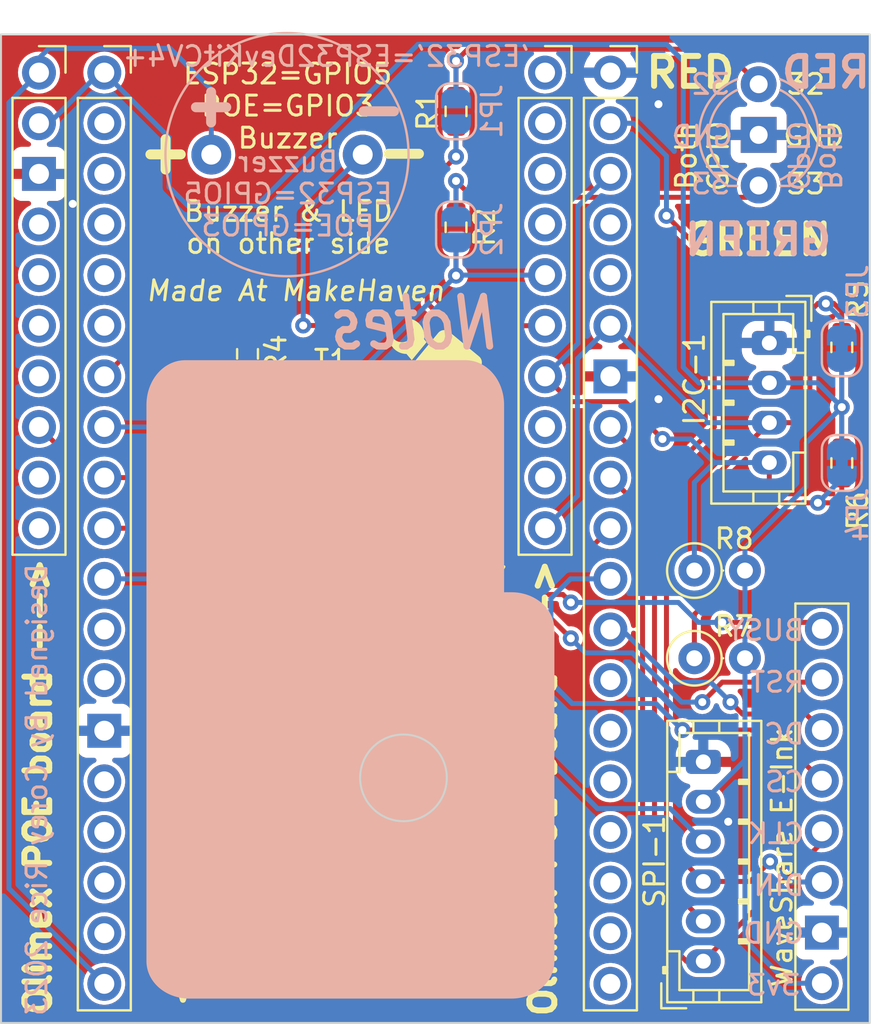
<source format=kicad_pcb>
(kicad_pcb (version 20211014) (generator pcbnew)
  (layers (0 "F.Cu" signal) (31 "B.Cu" signal) (34 "B.Paste" user) (35 "F.Paste" user) (36 "B.SilkS" user "B.Silkscreen") (37 "F.SilkS" user "F.Silkscreen") (38 "B.Mask" user) (39 "F.Mask" user) (44 "Edge.Cuts" user))
  (net 0 "")
  (net 1 "+5V")
  (net 2 "+3V3")
  (net 3 "GND")
  (net 16 "/dcp1")
  (net 17 "SDA")
  (net 18 "SCL")
  (net 19 "buzz")
  (net 20 "led-grn")
  (net 21 "led-red")
  (net 22 "Net-(J3-Pad1)")
  (net 23 "Net-(J3-Pad3)")
  (net 24 "Net-(R3-Pad2)")
  (net 30 "BUSY")
  (net 31 "RST")
  (net 32 "CS1")
  (net 39 "PICO")
  (net 42 "POCI")
  (net 43 "SCK")
  (net 44 "CS2")
  (net 45 "DC")
  (net 53 "Net-(JP1-Pad2)")
  (net 54 "Net-(JP2-Pad2)")
  (footprint "Connector_JST:JST_PH_B4B-PH-K_1x04_P2.00mm_Vertical" (layer "F.Cu") (at 145.161 87.5792 -90)
    (fp_text reference "I2C-1")
    (fp_text value "Conn_01x04_Female" hide)
  )
  (footprint "Resistor_SMD:R_0603_1608Metric" (layer "F.Cu") (at 129.4384 81.7748 -90)
    (fp_text reference "R2")
    (fp_text value "1k")
  )
  (footprint "Connector_JST:JST_PH_B6B-PH-K_1x06_P2.00mm_Vertical" (layer "F.Cu") (at 141.85 118.6 90)
    (fp_text reference "SPI-1")
    (fp_text value "Conn_01x06_Female" hide)
  )
  (footprint "Connector_PinSocket_2.54mm:PinSocket_1x10_P2.54mm_Vertical" (layer "F.Cu") (at 133.907 74.0156)
    (fp_text reference "J2" hide)
    (fp_text value "Conn_01x10_Female" hide)
  )
  (footprint "Connector_PinSocket_2.54mm:PinSocket_1x10_P2.54mm_Vertical" (layer "F.Cu") (at 108.507 74.0156)
    (fp_text reference "J1" hide)
    (fp_text value "Conn_01x10_Female" hide)
  )
  (footprint "Resistor_SMD:R_0603_1608Metric" (layer "F.Cu") (at 118.9736 92.6216 90)
    (fp_text reference "R3")
    (fp_text value "1k")
  )
  (footprint "Resistor_SMD:R_0603_1608Metric" (layer "F.Cu") (at 148.8 93.6 90)
    (fp_text reference "R6")
    (fp_text value "2.2k" hide)
  )
  (footprint "Connector_PinSocket_2.54mm:PinSocket_1x19_P2.54mm_Vertical" (layer "F.Cu") (at 137.1854 74.0156)
    (fp_text reference "J6" hide)
    (fp_text value "Conn_01x19_Female" hide)
  )
  (footprint "Package_TO_SOT_SMD:SOT-23" (layer "F.Cu") (at 123.1646 90.8436)
    (fp_text reference "T1")
    (fp_text value "AO3400A")
  )
  (footprint "Connector_PinSocket_2.54mm:PinSocket_1x19_P2.54mm_Vertical" (layer "F.Cu") (at 111.7854 74.0156)
    (fp_text reference "J5" hide)
    (fp_text value "Conn_01x19_Female" hide)
  )
  (footprint "Resistor_SMD:R_0603_1608Metric" (layer "F.Cu") (at 129.4384 75.9582 90)
    (fp_text reference "R1")
    (fp_text value "1k")
  )
  (footprint "Connector_PinHeader_2.54mm:PinHeader_1x08_P2.54mm_Vertical" (layer "F.Cu") (at 147.8 101.925)
    (fp_text reference "J7" hide)
    (fp_text value "Conn_01x08_Male" hide)
  )
  (footprint "Resistor_THT:R_Axial_DIN0207_L6.3mm_D2.5mm_P2.54mm_Vertical" (layer "F.Cu") (at 141.4 103.4)
    (fp_text reference "R7")
    (fp_text value "2.2k" hide)
  )
  (footprint "Resistor_SMD:R_0603_1608Metric" (layer "F.Cu") (at 148.8 87.8 -90)
    (fp_text reference "R5")
    (fp_text value "2.2k" hide)
  )
  (footprint "Resistor_THT:R_Axial_DIN0207_L6.3mm_D2.5mm_P2.54mm_Vertical" (layer "F.Cu") (at 141.4 99)
    (fp_text reference "R8")
    (fp_text value "2.2k" hide)
  )
  (footprint "Resistor_SMD:R_0603_1608Metric" (layer "F.Cu") (at 118.9736 88.1258 -90)
    (fp_text reference "R4")
    (fp_text value "10k")
  )
  (footprint "LED_THT:LED_D5.0mm-3" (layer "B.Cu") (at 144.6276 79.6798 90)
    (fp_text reference "J3" hide)
    (fp_text value "Conn_01x03_Male")
  )
  (footprint "Buzzer_Beeper:Buzzer_12x9.5RM7.6" (layer "B.Cu") (at 117.1548 78.1304)
    (fp_text reference "BZ1" hide)
    (fp_text value "Buzzer" hide)
  )
  (footprint "Jumper:SolderJumper-2_P1.3mm_Bridged_RoundedPad1.0x1.5mm" (layer "B.Cu") (at 148.8 87.85 90)
    (fp_text reference "JP3")
    (fp_text value "SolderJumper_2_Bridged" hide)
  )
  (footprint "Jumper:SolderJumper-2_P1.3mm_Open_RoundedPad1.0x1.5mm" (layer "B.Cu") (at 129.4384 81.8886 90)
    (fp_text reference "JP2")
    (fp_text value "no-filter-1")
  )
  (footprint "Jumper:SolderJumper-2_P1.3mm_Bridged_RoundedPad1.0x1.5mm" (layer "B.Cu") (at 148.8 93.6 -90)
    (fp_text reference "JP4")
    (fp_text value "SolderJumper_2_Bridged" hide)
  )
  (footprint "Jumper:SolderJumper-2_P1.3mm_Open_RoundedPad1.0x1.5mm" (layer "B.Cu") (at 129.4384 75.9582 90)
    (fp_text reference "JP1")
    (fp_text value "no-filter-1")
  )
  (gr_poly (pts (xy 132.503003 113.532214) (xy 132.50996 113.532308) (xy 132.516812 113.532591) (xy 132.523566 113.533067) (xy 132.530228 113.533738) (xy 132.536806 113.534605) (xy 132.543306 113.535672) (xy 132.549737 113.53694) (xy 132.556103 113.538412) (xy 132.5592 113.539076) (xy 132.562153 113.539801) (xy 132.564961 113.540586) (xy 132.567623 113.541431) (xy 132.570138 113.542336) (xy 132.572505 113.543302) (xy 132.574723 113.544328) (xy 132.575776 113.544863) (xy 132.576791 113.545413) (xy 132.577768 113.545979) (xy 132.578708 113.546559) (xy 132.579609 113.547154) (xy 132.580472 113.547765) (xy 132.581297 113.54839) (xy 132.582083 113.54903) (xy 132.582831 113.549686) (xy 132.58354 113.550356) (xy 132.58421 113.551041) (xy 132.584841 113.551741) (xy 132.585434 113.552456) (xy 132.585986 113.553186) (xy 132.5865 113.55393) (xy 132.586974 113.55469) (xy 132.587409 113.555464) (xy 132.587803 113.556254) (xy 132.587662 113.561672) (xy 132.58724 113.567133) (xy 132.586534 113.572636) (xy 132.585544 113.578184) (xy 132.584269 113.583776) (xy 132.582709 113.589415) (xy 132.580862 113.595102) (xy 132.578728 113.600837) (xy 132.576306 113.606621) (xy 132.573594 113.612456) (xy 132.570593 113.618343) (xy 132.5673 113.624283) (xy 132.563716 113.630276) (xy 132.55984 113.636325) (xy 132.55567 113.64243) (xy 132.551205 113.648592) (xy 132.546463 113.65461) (xy 132.541468 113.6606) (xy 132.536222 113.666561) (xy 132.530726 113.672494) (xy 132.52498 113.678398) (xy 132.518985 113.684273) (xy 132.512741 113.690119) (xy 132.50625 113.695936) (xy 132.499511 113.701722) (xy 132.492527 113.707479) (xy 132.485296 113.713205) (xy 132.477821 113.718901) (xy 132.470101 113.724565) (xy 132.462138 113.730199) (xy 132.445485 113.741373) (xy 132.428207 113.752361) (xy 132.410027 113.763091) (xy 132.390942 113.773555) (xy 132.370946 113.783747) (xy 132.350035 113.793662) (xy 132.328204 113.803292) (xy 132.305449 113.812631) (xy 132.281765 113.821673) (xy 132.257625 113.82997) (xy 132.232824 113.837715) (xy 132.207358 113.844906) (xy 132.181221 113.851542) (xy 132.15441 113.857623) (xy 132.126918 113.863148) (xy 132.098741 113.868115) (xy 132.069874 113.872523) (xy 132.092256 113.842649) (xy 132.115049 113.812745) (xy 132.13833 113.782844) (xy 132.162175 113.752974) (xy 132.174632 113.737926) (xy 132.187213 113.723272) (xy 132.199918 113.709012) (xy 132.212744 113.695148) (xy 132.22569 113.681682) (xy 132.238753 113.668615) (xy 132.251932 113.655948) (xy 132.265225 113.643683) (xy 132.27865 113.631605) (xy 132.29225 113.620134) (xy 132.30602 113.609265) (xy 132.319952 113.598996) (xy 132.334041 113.589322) (xy 132.348281 113.580239) (xy 132.362665 113.571745) (xy 132.377186 113.563834) (xy 132.384675 113.559991) (xy 132.392215 113.556397) (xy 132.399806 113.553053) (xy 132.407447 113.549958) (xy 132.415139 113.547112) (xy 132.422881 113.544514) (xy 132.430672 113.542165) (xy 132.438513 113.540064) (xy 132.446403 113.53821) (xy 132.454342 113.536605) (xy 132.46233 113.535247) (xy 132.470366 113.534137) (xy 132.47845 113.533273) (xy 132.486582 113.532657) (xy 132.494761 113.532287) (xy 132.502987 113.532164)) (layer "B.SilkS") (width 1) (fill solid))
  (gr_poly (pts (xy 129.907666 88.944449) (xy 129.982122 88.946707) (xy 130.055575 88.953408) (xy 130.127938 88.964445) (xy 130.199119 88.979709) (xy 130.26903 88.999094) (xy 130.337583 89.022491) (xy 130.404686 89.049792) (xy 130.470251 89.080891) (xy 130.53419 89.115678) (xy 130.596412 89.154046) (xy 130.656828 89.195887) (xy 130.715348 89.241094) (xy 130.771885 89.289558) (xy 130.826348 89.341172) (xy 130.878648 89.395829) (xy 130.928696 89.453419) (xy 130.976402 89.513836) (xy 131.021678 89.576972) (xy 131.064434 89.642718) (xy 131.10458 89.710968) (xy 131.142028 89.781613) (xy 131.176687 89.854545) (xy 131.20847 89.929657) (xy 131.237286 90.006841) (xy 131.263046 90.085988) (xy 131.285662 90.166992) (xy 131.305043 90.249745) (xy 131.3211 90.334138) (xy 131.333745 90.420064) (xy 131.342887 90.507415) (xy 131.348438 90.596083) (xy 131.350308 90.685961) (xy 131.350308 100.586801) (xy 132.218388 100.586801) (xy 132.303936 100.588588) (xy 132.38833 100.593892) (xy 132.471468 100.602628) (xy 132.553248 100.61471) (xy 132.633566 100.630054) (xy 132.712322 100.648574) (xy 132.789411 100.670185) (xy 132.864732 100.694801) (xy 132.938183 100.722338) (xy 133.00966 100.75271) (xy 133.079062 100.785832) (xy 133.146286 100.821618) (xy 133.211229 100.859984) (xy 133.273789 100.900844) (xy 133.333864 100.944113) (xy 133.391351 100.989706) (xy 133.446148 101.037537) (xy 133.498152 101.087521) (xy 133.54726 101.139573) (xy 133.593371 101.193608) (xy 133.636382 101.24954) (xy 133.67619 101.307284) (xy 133.712693 101.366756) (xy 133.745789 101.427869) (xy 133.775375 101.490539) (xy 133.801348 101.554679) (xy 133.823607 101.620206) (xy 133.842048 101.687034) (xy 133.85657 101.755077) (xy 133.867069 101.82425) (xy 133.873444 101.894468) (xy 133.875592 101.965646) (xy 133.875592 118.596113) (xy 133.873444 118.667293) (xy 133.867069 118.737514) (xy 133.85657 118.806694) (xy 133.842048 118.874745) (xy 133.823606 118.941582) (xy 133.801348 119.007121) (xy 133.775374 119.071275) (xy 133.745788 119.13396) (xy 133.712692 119.195089) (xy 133.676189 119.254578) (xy 133.63638 119.312341) (xy 133.593369 119.368292) (xy 133.547258 119.422347) (xy 133.498149 119.47442) (xy 133.446145 119.524424) (xy 133.391348 119.572276) (xy 133.333861 119.61789) (xy 133.273786 119.66118) (xy 133.211226 119.70206) (xy 133.146283 119.740446) (xy 133.079059 119.776252) (xy 133.009657 119.809392) (xy 132.93818 119.839782) (xy 132.864729 119.867335) (xy 132.789408 119.891966) (xy 132.712319 119.913591) (xy 132.633564 119.932122) (xy 132.553245 119.947476) (xy 132.471466 119.959567) (xy 132.388329 119.968309) (xy 132.303935 119.973617) (xy 132.218388 119.975405) (xy 116.057654 119.975405) (xy 115.972105 119.973617) (xy 115.887708 119.968309) (xy 115.804564 119.959567) (xy 115.722777 119.947477) (xy 115.642448 119.932123) (xy 115.563681 119.913591) (xy 115.486578 119.891967) (xy 115.411242 119.867335) (xy 115.337775 119.839782) (xy 115.26628 119.809393) (xy 115.19686 119.776253) (xy 115.129616 119.740447) (xy 115.064653 119.702061) (xy 115.002072 119.661181) (xy 114.941976 119.617891) (xy 114.884468 119.572278) (xy 114.82965 119.524426) (xy 114.777625 119.474421) (xy 114.728496 119.422349) (xy 114.682365 119.368294) (xy 114.639334 119.312342) (xy 114.599507 119.25458) (xy 114.562986 119.195091) (xy 114.529874 119.133961) (xy 114.500273 119.071277) (xy 114.474285 119.007122) (xy 114.452015 118.941583) (xy 114.433563 118.874746) (xy 114.419033 118.806694) (xy 114.408527 118.737515) (xy 114.403382 118.680865) (xy 131.283917 118.680865) (xy 131.283973 118.686986) (xy 131.284141 118.692964) (xy 131.284419 118.698798) (xy 131.284807 118.704487) (xy 131.285305 118.710031) (xy 131.28591 118.715428) (xy 131.286623 118.720678) (xy 131.287442 118.725779) (xy 131.288366 118.730732) (xy 131.289395 118.735535) (xy 131.290528 118.740188) (xy 131.291764 118.744689) (xy 131.293102 118.749038) (xy 131.294541 118.753234) (xy 131.29608 118.757276) (xy 131.297718 118.761164) (xy 131.299529 118.764924) (xy 131.301434 118.768583) (xy 131.303433 118.772141) (xy 131.305528 118.775599) (xy 131.307719 118.778957) (xy 131.310006 118.782214) (xy 131.312391 118.785372) (xy 131.314873 118.788431) (xy 131.317454 118.79139) (xy 131.320133 118.794251) (xy 131.322912 118.797012) (xy 131.325791 118.799675) (xy 131.328771 118.802239) (xy 131.331853 118.804705) (xy 131.335036 118.807073) (xy 131.338322 118.809344) (xy 131.341714 118.811522) (xy 131.345215 118.813612) (xy 131.348823 118.815611) (xy 131.352537 118.81752) (xy 131.356355 118.81934) (xy 131.360276 118.82107) (xy 131.364299 118.822711) (xy 131.368421 118.824261) (xy 131.372642 118.825722) (xy 131.376959 118.827093) (xy 131.381373 118.828374) (xy 131.38588 118.829565) (xy 131.39048 118.830667) (xy 131.395171 118.831679) (xy 131.399951 118.832601) (xy 131.40482 118.833433) (xy 131.415115 118.834906) (xy 131.425753 118.836174) (xy 131.436741 118.837241) (xy 131.448083 118.838108) (xy 131.459787 118.838778) (xy 131.471857 118.839254) (xy 131.484299 118.839538) (xy 131.49712 118.839632) (xy 131.502729 118.839584) (xy 131.508754 118.839437) (xy 131.515189 118.839183) (xy 131.522029 118.838818) (xy 131.529268 118.838336) (xy 131.5369 118.837732) (xy 131.544918 118.836998) (xy 131.553318 118.83613) (xy 131.571486 118.833374) (xy 131.590346 118.830283) (xy 131.609992 118.826881) (xy 131.63052 118.823191) (xy 131.651595 118.819206) (xy 131.672819 118.814881) (xy 131.694193 118.81025) (xy 131.715718 118.80535) (xy 131.737521 118.800301) (xy 131.75854 118.795289) (xy 131.778771 118.790291) (xy 131.798214 118.785281) (xy 131.828069 118.777412) (xy 131.861739 118.769056) (xy 131.899222 118.760225) (xy 131.940518 118.750929) (xy 132.031575 118.730276) (xy 132.129658 118.70899) (xy 132.233628 118.687355) (xy 132.341992 118.66572) (xy 132.396839 118.655183) (xy 132.450879 118.645143) (xy 132.504117 118.635579) (xy 132.556561 118.626471) (xy 132.608289 118.617853) (xy 132.658075 118.60982) (xy 132.70595 118.602417) (xy 132.75195 118.59569) (xy 132.79596 118.589305) (xy 132.83655 118.584101) (xy 132.873647 118.580008) (xy 132.907177 118.57696) (xy 132.97678 118.57696) (xy 132.982668 118.576844) (xy 132.988848 118.576504) (xy 132.995313 118.575948) (xy 133.002056 118.575186) (xy 133.009072 118.574226) (xy 133.016353 118.57308) (xy 133.023891 118.571755) (xy 133.031681 118.570261) (xy 133.035788 118.569268) (xy 133.039861 118.568192) (xy 133.043899 118.567034) (xy 133.047905 118.565791) (xy 133.051879 118.564463) (xy 133.055822 118.563049) (xy 133.059733 118.561547) (xy 133.063615 118.559957) (xy 133.067468 118.558278) (xy 133.071292 118.556509) (xy 133.075088 118.554648) (xy 133.078857 118.552696) (xy 133.0826 118.550649) (xy 133.086317 118.548509) (xy 133.09001 118.546272) (xy 133.093678 118.54394) (xy 133.097428 118.541338) (xy 133.101105 118.53861) (xy 133.104708 118.535757) (xy 133.108237 118.53278) (xy 133.11169 118.52968) (xy 133.115066 118.526458) (xy 133.118366 118.523115) (xy 133.121588 118.519652) (xy 133.124732 118.516069) (xy 133.127796 118.512369) (xy 133.13078 118.508551) (xy 133.133684 118.504618) (xy 133.136505 118.500569) (xy 133.139245 118.496406) (xy 133.141902 118.49213) (xy 133.144474 118.487742) (xy 133.146946 118.48321) (xy 133.149263 118.478506) (xy 133.151424 118.473629) (xy 133.153429 118.468578) (xy 133.155276 118.463352) (xy 133.156967 118.457951) (xy 133.158499 118.452372) (xy 133.159872 118.446616) (xy 133.161087 118.440681) (xy 133.162141 118.434567) (xy 133.163034 118.428272) (xy 133.163767 118.421796) (xy 133.164338 118.415138) (xy 133.164746 118.408297) (xy 133.164992 118.401271) (xy 133.165074 118.39406) (xy 133.165002 118.388255) (xy 133.164789 118.382586) (xy 133.164433 118.377055) (xy 133.163937 118.371663) (xy 133.1633 118.366408) (xy 133.162523 118.361291) (xy 133.161606 118.356313) (xy 133.16055 118.351474) (xy 133.159357 118.346773) (xy 133.158025 118.342212) (xy 133.156556 118.337791) (xy 133.154951 118.333508) (xy 133.15321 118.329366) (xy 133.151333 118.325364) (xy 133.149321 118.321503) (xy 133.147175 118.317782) (xy 133.144903 118.314011) (xy 133.142509 118.310318) (xy 133.139993 118.306703) (xy 133.137356 118.303167) (xy 133.134599 118.29971) (xy 133.131721 118.296332) (xy 133.128723 118.293033) (xy 133.125605 118.289813) (xy 133.122367 118.286673) (xy 133.11901 118.283612) (xy 133.115534 118.280632) (xy 133.11194 118.277731) (xy 133.108226 118.27491) (xy 133.104395 118.27217) (xy 133.100446 118.269511) (xy 133.096379 118.266932) (xy 133.088208 118.261947) (xy 133.079599 118.257156) (xy 133.070551 118.252561) (xy 133.061067 118.248163) (xy 133.051147 118.243964) (xy 133.040792 118.239966) (xy 133.030002 118.236171) (xy 133.01878 118.23258) (xy 132.995825 118.225546) (xy 132.971455 118.218396) (xy 132.945655 118.211087) (xy 132.918408 118.203581) (xy 132.905017 118.199754) (xy 132.890833 118.195266) (xy 132.875855 118.190127) (xy 132.860084 118.184345) (xy 132.843518 118.177927) (xy 132.826158 118.170884) (xy 132.808003 118.163222) (xy 132.789051 118.154951) (xy 132.749896 118.136935) (xy 132.708647 118.117176) (xy 132.665335 118.095672) (xy 132.619992 118.07242) (xy 132.572931 118.046988) (xy 132.524467 118.020185) (xy 132.474583 117.991955) (xy 132.42326 117.962237) (xy 132.371093 117.930672) (xy 132.318752 117.898253) (xy 132.266249 117.865038) (xy 132.213597 117.831087) (xy 132.161029 117.796561) (xy 132.108767 117.76156) (xy 132.05684 117.726082) (xy 132.005276 117.690127) (xy 131.95468 117.653403) (xy 131.905736 117.616873) (xy 131.858384 117.580502) (xy 131.812565 117.544257) (xy 131.846734 117.536097) (xy 131.881945 117.528107) (xy 131.918264 117.520274) (xy 131.955754 117.512587) (xy 131.993981 117.504444) (xy 132.032409 117.496558) (xy 132.070985 117.488992) (xy 132.109654 117.481806) (xy 132.148155 117.474394) (xy 132.186209 117.467354) (xy 132.260876 117.454146) (xy 132.297611 117.447402) (xy 132.332868 117.441131) (xy 132.366702 117.435348) (xy 132.399166 117.430067) (xy 132.459108 117.419532) (xy 132.486429 117.414964) (xy 132.512028 117.410887) (xy 132.555881 117.403024) (xy 132.58833 117.397059) (xy 132.686127 117.380039) (xy 132.771222 117.364939) (xy 132.809947 117.357728) (xy 132.847378 117.351331) (xy 132.883533 117.345715) (xy 132.918431 117.340849) (xy 132.952583 117.3361) (xy 132.986437 117.331999) (xy 133.019968 117.32853) (xy 133.053151 117.325678) (xy 133.086996 117.323519) (xy 133.122465 117.321988) (xy 133.159523 117.321078) (xy 133.198132 117.320776) (xy 133.203274 117.320703) (xy 133.20851 117.320487) (xy 133.213846 117.320138) (xy 133.219292 117.319663) (xy 133.224855 117.319071) (xy 133.230544 117.31837) (xy 133.236366 117.317569) (xy 133.242329 117.316675) (xy 133.248358 117.315672) (xy 133.254363 117.314583) (xy 133.26034 117.313411) (xy 133.266283 117.31216) (xy 133.272189 117.310832) (xy 133.278052 117.309429) (xy 133.283867 117.307956) (xy 133.289631 117.306414) (xy 133.295297 117.304486) (xy 133.300895 117.3025) (xy 133.306423 117.30045) (xy 133.311878 117.298329) (xy 133.317258 117.296132) (xy 133.322561 117.293853) (xy 133.327785 117.291485) (xy 133.332928 117.289023) (xy 133.335438 117.28759) (xy 133.337868 117.286149) (xy 133.340219 117.284699) (xy 133.342495 117.28324) (xy 133.344696 117.281772) (xy 133.346826 117.280294) (xy 133.348886 117.278806) (xy 133.350878 117.277308) (xy 133.352805 117.2758) (xy 133.354668 117.274281) (xy 133.356469 117.272752) (xy 133.358212 117.271211) (xy 133.359897 117.269659) (xy 133.361526 117.268096) (xy 133.363103 117.26652) (xy 133.364628 117.264933) (xy 133.369851 117.259274) (xy 133.374732 117.253733) (xy 133.379285 117.248311) (xy 133.383524 117.243008) (xy 133.387464 117.237824) (xy 133.391118 117.23276) (xy 133.3945 117.227817) (xy 133.397625 117.222994) (xy 133.400365 117.218266) (xy 133.402946 117.213608) (xy 133.405352 117.209024) (xy 133.407565 117.204515) (xy 133.409566 117.200086) (xy 133.410482 117.197902) (xy 133.411339 117.195739) (xy 133.412134 117.193597) (xy 133.412865 117.191477) (xy 133.413531 117.189379) (xy 133.414128 117.187304) (xy 133.415211 117.182851) (xy 133.416211 117.17839) (xy 133.417119 117.173923) (xy 133.417933 117.169454) (xy 133.418645 117.164986) (xy 133.419252 117.160521) (xy 133.419747 117.156062) (xy 133.420124 117.151614) (xy 133.420644 117.147115) (xy 133.421074 117.142506) (xy 133.421421 117.137782) (xy 133.42169 117.132942) (xy 133.421889 117.127982) (xy 133.422023 117.122901) (xy 133.422123 117.112364) (xy 133.422041 117.106726) (xy 133.421794 117.101241) (xy 133.421382 117.095911) (xy 133.420804 117.090736) (xy 133.42006 117.085718) (xy 133.419148 117.080855) (xy 133.418069 117.07615) (xy 133.416822 117.071603) (xy 133.415406 117.067214) (xy 133.413821 117.062985) (xy 133.412066 117.058916) (xy 133.41014 117.055007) (xy 133.408044 117.05126) (xy 133.405776 117.047675) (xy 133.403336 117.044253) (xy 133.400723 117.040995) (xy 133.39814 117.037717) (xy 133.395452 117.034552) (xy 133.39266 117.031498) (xy 133.389764 117.028555) (xy 133.386766 117.025722) (xy 133.383667 117.023) (xy 133.380466 117.020387) (xy 133.377164 117.017884) (xy 133.373763 117.01549) (xy 133.370263 117.013203) (xy 133.366665 117.011025) (xy 133.362969 117.008954) (xy 133.359177 117.00699) (xy 133.355288 117.005132) (xy 133.351304 117.00338) (xy 133.347226 117.001734) (xy 133.338883 116.998425) (xy 133.33035 116.995472) (xy 133.321624 116.992875) (xy 133.312703 116.990635) (xy 133.303586 116.988751) (xy 133.294269 116.987223) (xy 133.284751 116.986051) (xy 133.275029 116.985236) (xy 133.265527 116.984367) (xy 133.25607 116.983633) (xy 133.246655 116.983028) (xy 133.237279 116.982546) (xy 133.227941 116.982182) (xy 133.218639 116.981929) (xy 133.209369 116.981781) (xy 133.200131 116.981734) (xy 133.198689 116.98165) (xy 133.195539 116.981721) (xy 133.191791 116.981938) (xy 133.187445 116.982304) (xy 133.182502 116.982826) (xy 133.176964 116.983507) (xy 133.170831 116.984352) (xy 133.164106 116.985365) (xy 133.156788 116.986552) (xy 133.141018 116.989215) (xy 133.124311 116.992154) (xy 133.106666 116.995414) (xy 133.088086 116.999041) (xy 133.06893 117.002427) (xy 133.049587 117.006192) (xy 133.030093 117.010286) (xy 133.010487 117.014662) (xy 132.991463 117.019027) (xy 132.973789 117.023229) (xy 132.957389 117.027275) (xy 132.942189 117.031172) (xy 132.842563 117.056914) (xy 132.74564 117.080836) (xy 132.651418 117.103011) (xy 132.559895 117.123511) (xy 132.471011 117.142017) (xy 132.384761 117.159418) (xy 132.301211 117.175705) (xy 132.220425 117.190871) (xy 132.143082 117.204417) (xy 132.068495 117.217081) (xy 131.996606 117.228794) (xy 131.927357 117.239489) (xy 131.798618 117.257268) (xy 131.682003 117.272497) (xy 131.677914 117.27278) (xy 131.673897 117.273101) (xy 131.66996 117.273465) (xy 131.666108 117.273874) (xy 131.66235 117.274329) (xy 131.658693 117.274833) (xy 131.655143 117.275389) (xy 131.651707 117.275999) (xy 131.636795 117.27737) (xy 131.628631 117.278047) (xy 131.620007 117.2787) (xy 131.611313 117.2788) (xy 131.601766 117.279083) (xy 131.591414 117.279524) (xy 131.580304 117.2801) (xy 131.523205 117.2801) (xy 131.515055 117.280183) (xy 131.50714 117.28043) (xy 131.499461 117.280844) (xy 131.492015 117.281423) (xy 131.484803 117.28217) (xy 131.477822 117.283083) (xy 131.471073 117.284165) (xy 131.464555 117.285414) (xy 131.458267 117.286832) (xy 131.452207 117.288419) (xy 131.446375 117.290176) (xy 131.44077 117.292103) (xy 131.435392 117.2942) (xy 131.430239 117.296468) (xy 131.42531 117.298908) (xy 131.420605 117.30152) (xy 131.416235 117.304104) (xy 131.41201 117.306781) (xy 131.407931 117.309549) (xy 131.403999 117.312408) (xy 131.400213 117.315359) (xy 131.396576 117.3184) (xy 131.393086 117.321531) (xy 131.389744 117.324752) (xy 131.386551 117.328062) (xy 131.383508 117.331461) (xy 131.380614 117.33495) (xy 131.37787 117.338526) (xy 131.375277 117.342191) (xy 131.372834 117.345943) (xy 131.370544 117.349782) (xy 131.368405 117.353709) (xy 131.366302 117.357538) (xy 131.364305 117.361408) (xy 131.362415 117.365316) (xy 131.360632 117.369264) (xy 131.358958 117.373252) (xy 131.357393 117.377279) (xy 131.355937 117.381345) (xy 131.354593 117.385452) (xy 131.353359 117.389597) (xy 131.352238 117.393783) (xy 131.351229 117.398008) (xy 131.350334 117.402273) (xy 131.349553 117.406577) (xy 131.348888 117.410921) (xy 131.348338 117.415306) (xy 131.347905 117.41973) (xy 131.347162 117.428192) (xy 131.346535 117.436427) (xy 131.346017 117.44443) (xy 131.345604 117.452197) (xy 131.345292 117.459726) (xy 131.345074 117.467014) (xy 131.344947 117.474055) (xy 131.344906 117.480849) (xy 131.345 117.487587) (xy 131.345282 117.494153) (xy 131.345751 117.500547) (xy 131.346408 117.50677) (xy 131.347254 117.512822) (xy 131.348287 117.518704) (xy 131.349509 117.524416) (xy 131.35092 117.529959) (xy 131.352519 117.535333) (xy 131.354307 117.540539) (xy 131.356284 117.545578) (xy 131.35845 117.55045) (xy 131.360805 117.555155) (xy 131.36335 117.559694) (xy 131.366084 117.564068) (xy 131.369007 117.568278) (xy 131.371931 117.572394) (xy 131.375002 117.576485) (xy 131.378222 117.58055) (xy 131.38159 117.584588) (xy 131.385108 117.588599) (xy 131.388774 117.592581) (xy 131.39259 117.596535) (xy 131.396555 117.60046) (xy 131.400671 117.604355) (xy 131.404937 117.608219) (xy 131.409353 117.612052) (xy 131.413921 117.615853) (xy 131.418639 117.619622) (xy 131.423509 117.623358) (xy 131.428531 117.62706) (xy 131.433705 117.630728) (xy 131.444748 117.637758) (xy 131.456275 117.644881) (xy 131.468282 117.652106) (xy 131.480767 117.65944) (xy 131.507152 117.674476) (xy 131.535405 117.690058) (xy 131.550171 117.698015) (xy 131.565268 117.706644) (xy 131.580691 117.715946) (xy 131.596435 117.725923) (xy 131.612497 117.736575) (xy 131.628871 117.747903) (xy 131.645554 117.759907) (xy 131.662541 117.772589) (xy 131.76062 117.844) (xy 131.861836 117.915946) (xy 131.966227 117.988367) (xy 132.073834 118.061205) (xy 132.129579 118.097795) (xy 132.186957 118.134536) (xy 132.245965 118.17143) (xy 132.306602 118.208481) (xy 132.432757 118.283061) (xy 132.565411 118.358298) (xy 132.508137 118.370152) (xy 132.44939 118.381559) (xy 132.38921 118.392488) (xy 132.327641 118.402907) (xy 132.205218 118.422504) (xy 132.084088 118.440825) (xy 131.965986 118.456628) (xy 131.853016 118.471155) (xy 131.748037 118.483517) (xy 131.654507 118.495234) (xy 131.646164 118.495327) (xy 131.637631 118.4956) (xy 131.628905 118.496047) (xy 131.619985 118.49666) (xy 131.610867 118.497433) (xy 131.601551 118.498358) (xy 131.592032 118.499427) (xy 131.58231 118.500635) (xy 131.562887 118.502728) (xy 131.543923 118.505151) (xy 131.525428 118.507882) (xy 131.507412 118.510897) (xy 131.490885 118.513462) (xy 131.483004 118.514789) (xy 131.475388 118.516153) (xy 131.468043 118.517557) (xy 131.460978 118.519004) (xy 131.454198 118.5205) (xy 131.447712 118.522047) (xy 131.441662 118.52328) (xy 131.436192 118.524429) (xy 131.43131 118.525497) (xy 131.427024 118.526483) (xy 131.423343 118.52739) (xy 131.420275 118.528219) (xy 131.417829 118.528971) (xy 131.416841 118.529318) (xy 131.416012 118.529646) (xy 131.412111 118.531382) (xy 131.407979 118.533416) (xy 131.403614 118.535741) (xy 131.399009 118.538351) (xy 131.394161 118.541239) (xy 131.389065 118.544398) (xy 131.383716 118.547822) (xy 131.378109 118.551504) (xy 131.372439 118.555101) (xy 131.366831 118.5589) (xy 131.36129 118.562898) (xy 131.355823 118.567095) (xy 131.350436 118.571491) (xy 131.345134 118.576083) (xy 131.339925 118.580872) (xy 131.334813 118.585856) (xy 131.332138 118.588256) (xy 131.329514 118.590701) (xy 131.326944 118.593191) (xy 131.324427 118.595726) (xy 131.321967 118.598308) (xy 131.319565 118.600937) (xy 131.317222 118.603614) (xy 131.314941 118.60634) (xy 131.312723 118.609116) (xy 131.31057 118.611943) (xy 131.308484 118.614821) (xy 131.306466 118.617752) (xy 131.304518 118.620736) (xy 131.302643 118.623774) (xy 131.300841 118.626866) (xy 131.299115 118.630015) (xy 131.297263 118.633042) (xy 131.295533 118.63609) (xy 131.293924 118.639159) (xy 131.292437 118.642248) (xy 131.29107 118.645357) (xy 131.289823 118.648487) (xy 131.288697 118.651636) (xy 131.287691 118.654806) (xy 131.286804 118.657995) (xy 131.286036 118.661204) (xy 131.285387 118.664433) (xy 131.284857 118.667681) (xy 131.284445 118.670948) (xy 131.284151 118.674235) (xy 131.283975 118.67754) (xy 131.283917 118.680865) (xy 114.403382 118.680865) (xy 114.402149 118.667293) (xy 114.4 118.596113) (xy 114.4 116.4) (xy 131.420811 116.4) (xy 131.421159 116.420959) (xy 131.422206 116.441298) (xy 131.422994 116.451237) (xy 131.423959 116.461025) (xy 131.425102 116.470662) (xy 131.426423 116.480149) (xy 131.427924 116.489487) (xy 131.429605 116.498677) (xy 131.431466 116.507721) (xy 131.433509 116.516619) (xy 131.435734 116.525373) (xy 131.438141 116.533983) (xy 131.440733 116.54245) (xy 131.443509 116.550776) (xy 131.446432 116.558801) (xy 131.449503 116.56668) (xy 131.452723 116.574412) (xy 131.456092 116.581996) (xy 131.459609 116.589434) (xy 131.463275 116.596723) (xy 131.467091 116.603865) (xy 131.471056 116.610857) (xy 131.475172 116.617701) (xy 131.479438 116.624396) (xy 131.483854 116.63094) (xy 131.488422 116.637335) (xy 131.49314 116.643579) (xy 131.49801 116.649673) (xy 131.503032 116.655615) (xy 131.508206 116.661406) (xy 131.513513 116.666879) (xy 131.518961 116.672185) (xy 131.524552 116.677323) (xy 131.530283 116.682292) (xy 131.536155 116.687093) (xy 131.542168 116.691726) (xy 131.54832 116.69619) (xy 131.554613 116.700486) (xy 131.561044 116.704613) (xy 131.567614 116.708571) (xy 131.574323 116.71236) (xy 131.581169 116.71598) (xy 131.588154 116.71943) (xy 131.595275 116.722712) (xy 131.602534 116.725824) (xy 131.609929 116.728766) (xy 131.617594 116.731536) (xy 131.625363 116.734125) (xy 131.633233 116.736532) (xy 131.641205 116.738759) (xy 131.649278 116.740806) (xy 131.657452 116.742672) (xy 131.665726 116.744359) (xy 131.6741 116.745867) (xy 131.682574 116.747196) (xy 131.691147 116.748347) (xy 131.708588 116.750114) (xy 131.72642 116.751172) (xy 131.744641 116.751524) (xy 131.76934 116.751172) (xy 131.793899 116.750113) (xy 131.818326 116.748345) (xy 131.842626 116.745864) (xy 131.866806 116.742669) (xy 131.890874 116.738756) (xy 131.914834 116.734122) (xy 131.938694 116.728766) (xy 131.96271 116.722501) (xy 131.986496 116.715772) (xy 132.01005 116.708575) (xy 132.03337 116.700906) (xy 132.056454 116.69276) (xy 132.079299 116.684134) (xy 132.101903 116.675025) (xy 132.124264 116.665427) (xy 132.14638 116.655041) (xy 132.168282 116.644204) (xy 132.189977 116.632919) (xy 132.21147 116.621193) (xy 132.232768 116.60903) (xy 132.253877 116.596435) (xy 132.274803 116.583412) (xy 132.295552 116.569968) (xy 132.316044 116.556192) (xy 132.336236 116.542178) (xy 132.356125 116.527924) (xy 132.375703 116.513433) (xy 132.394966 116.498703) (xy 132.413907 116.483737) (xy 132.432521 116.468533) (xy 132.450802 116.453093) (xy 132.465862 116.439991) (xy 132.480573 116.426726) (xy 132.494932 116.4133) (xy 132.508939 116.399715) (xy 132.522593 116.385971) (xy 132.535894 116.37207) (xy 132.548839 116.358013) (xy 132.561428 116.343802) (xy 132.573605 116.329241) (xy 132.585312 116.314767) (xy 132.596559 116.300377) (xy 132.607356 116.28607) (xy 132.617713 116.271841) (xy 132.627637 116.257689) (xy 132.63714 116.243612) (xy 132.646229 116.229605) (xy 132.654873 116.215416) (xy 132.663021 116.201427) (xy 132.670668 116.187635) (xy 132.677805 116.174043) (xy 132.684427 116.160648) (xy 132.690526 116.147452) (xy 132.696096 116.134453) (xy 132.70113 116.121653) (xy 132.703434 116.115348) (xy 132.705581 116.109133) (xy 132.707573 116.103009) (xy 132.709411 116.096975) (xy 132.711096 116.091032) (xy 132.712629 116.085178) (xy 132.714011 116.079414) (xy 132.715244 116.073739) (xy 132.716327 116.068154) (xy 132.717263 116.062658) (xy 132.718051 116.057251) (xy 132.718694 116.051933) (xy 132.719193 116.046703) (xy 132.719547 116.041561) (xy 132.719759 116.036508) (xy 132.71983 116.031542) (xy 132.719595 116.019184) (xy 132.71889 116.006871) (xy 132.717711 115.994604) (xy 132.716056 115.982378) (xy 132.713923 115.970192) (xy 132.71131 115.958044) (xy 132.708214 115.945931) (xy 132.704632 115.933852) (xy 132.700938 115.921563) (xy 132.696903 115.909468) (xy 132.692523 115.89757) (xy 132.687795 115.885868) (xy 132.682716 115.874365) (xy 132.677281 115.863062) (xy 132.671488 115.851961) (xy 132.665333 115.841063) (xy 132.659167 115.830376) (xy 132.652676 115.819913) (xy 132.645859 115.809677) (xy 132.638718 115.799674) (xy 132.635026 115.794762) (xy 132.631254 115.78991) (xy 132.627401 115.785119) (xy 132.623467 115.78039) (xy 132.619453 115.775723) (xy 132.615359 115.771119) (xy 132.611185 115.766579) (xy 132.60693 115.762102) (xy 132.598325 115.753408) (xy 132.589604 115.74511) (xy 132.580765 115.737209) (xy 132.571807 115.729705) (xy 132.562727 115.722597) (xy 132.553523 115.715887) (xy 132.548874 115.712682) (xy 132.544192 115.709575) (xy 132.539479 115.706568) (xy 132.534733 115.703661) (xy 132.533972 115.703035) (xy 132.533191 115.702429) (xy 132.532391 115.701844) (xy 132.531577 115.701279) (xy 132.530752 115.700735) (xy 132.529917 115.700212) (xy 132.529076 115.699709) (xy 132.528233 115.699225) (xy 132.526549 115.698318) (xy 132.524888 115.697489) (xy 132.523275 115.696738) (xy 132.521733 115.696062) (xy 132.518676 115.694096) (xy 132.515281 115.69195) (xy 132.511662 115.689636) (xy 132.509803 115.688418) (xy 132.507931 115.687163) (xy 132.49143 115.677188) (xy 132.47493 115.667566) (xy 132.45843 115.658262) (xy 132.441929 115.649245) (xy 132.433561 115.644562) (xy 132.424957 115.640037) (xy 132.416118 115.635672) (xy 132.40704 115.631466) (xy 132.397724 115.627419) (xy 132.388167 115.623531) (xy 132.378369 115.619804) (xy 132.368328 115.616236) (xy 132.358003 115.612531) (xy 132.347352 115.609032) (xy 132.33638 115.605735) (xy 132.325091 115.602638) (xy 132.313487 115.599735) (xy 132.301574 115.597023) (xy 132.289353 115.594498) (xy 132.276829 115.592158) (xy 132.263851 115.590081) (xy 132.250308 115.588277) (xy 132.236202 115.586748) (xy 132.221533 115.585495) (xy 132.206305 115.584518) (xy 132.190518 115.583819) (xy 132.174174 115.583398) (xy 132.157276 115.583258) (xy 132.157406 115.583224) (xy 132.147539 115.583347) (xy 132.137625 115.583716) (xy 132.127663 115.584332) (xy 132.117652 115.585195) (xy 132.107594 115.586305) (xy 132.097487 115.587662) (xy 132.087332 115.589267) (xy 132.077127 115.591119) (xy 132.066873 115.59322) (xy 132.05657 115.595569) (xy 132.046216 115.598167) (xy 132.035813 115.601013) (xy 132.02536 115.604109) (xy 132.014855 115.607454) (xy 131.993695 115.614893) (xy 131.972498 115.622826) (xy 131.951464 115.631387) (xy 131.930592 115.640579) (xy 131.909881 115.650405) (xy 131.889331 115.660865) (xy 131.868943 115.671964) (xy 131.848715 115.683702) (xy 131.828648 115.696081) (xy 131.80879 115.708974) (xy 131.789257 115.722242) (xy 131.770047 115.735878) (xy 131.751158 115.749878) (xy 131.732587 115.764235) (xy 131.714332 115.778942) (xy 131.696391 115.793995) (xy 131.678761 115.809386) (xy 131.661948 115.824947) (xy 131.645814 115.840521) (xy 131.630357 115.856117) (xy 131.615578 115.871743) (xy 131.601475 115.887409) (xy 131.588049 115.903123) (xy 131.575297 115.918895) (xy 131.563221 115.934733) (xy 131.555383 115.945745) (xy 131.547696 115.957183) (xy 131.540162 115.969036) (xy 131.532781 115.981297) (xy 131.525555 115.993954) (xy 131.518485 116.006999) (xy 131.511573 116.020422) (xy 131.504818 116.034212) (xy 131.498571 116.047988) (xy 131.492506 116.062002) (xy 131.486629 116.076256) (xy 131.480944 116.090747) (xy 131.475456 116.105477) (xy 131.470168 116.120443) (xy 131.465087 116.135647) (xy 131.460217 116.151087) (xy 131.455594 116.166369) (xy 131.451248 116.181743) (xy 131.447178 116.197218) (xy 131.443378 116.212804) (xy 131.439845 116.228509) (xy 131.436576 116.244343) (xy 131.433566 116.260315) (xy 131.430813 116.276434) (xy 131.428373 116.292267) (xy 131.426296 116.308006) (xy 131.424571 116.323644) (xy 131.423186 116.339171) (xy 131.422129 116.354579) (xy 131.421389 116.369859) (xy 131.420954 116.385002) (xy 131.420811 116.4) (xy 114.4 116.4) (xy 114.4 112.502825) (xy 131.17387 112.502825) (xy 131.174022 112.51235) (xy 131.174474 112.521552) (xy 131.175228 112.530432) (xy 131.176283 112.538988) (xy 131.177638 112.547219) (xy 131.179292 112.555126) (xy 131.181245 112.562706) (xy 131.183496 112.56996) (xy 131.186045 112.576886) (xy 131.18889 112.583484) (xy 131.192033 112.589752) (xy 131.195471 112.595691) (xy 131.199204 112.601298) (xy 131.203232 112.606575) (xy 131.207554 112.611519) (xy 131.21217 112.616129) (xy 131.21688 112.620434) (xy 131.221798 112.624454) (xy 131.226927 112.62819) (xy 131.232264 112.631644) (xy 131.237809 112.634816) (xy 131.243564 112.637707) (xy 131.249526 112.640318) (xy 131.255697 112.64265) (xy 131.262075 112.644704) (xy 131.268661 112.646481) (xy 131.275455 112.647982) (xy 131.282456 112.649208) (xy 131.289664 112.65016) (xy 131.297078 112.650839) (xy 131.304699 112.651246) (xy 131.312527 112.651381) (xy 131.320074 112.651245) (xy 131.32756 112.650834) (xy 131.33498 112.650147) (xy 131.342329 112.649181) (xy 131.349604 112.647934) (xy 131.356799 112.646403) (xy 131.363909 112.644586) (xy 131.37093 112.642481) (xy 131.374241 112.641184) (xy 131.377498 112.639832) (xy 131.380702 112.638427) (xy 131.383854 112.636966) (xy 131.386955 112.635448) (xy 131.390004 112.633874) (xy 131.393003 112.632243) (xy 131.395953 112.630552) (xy 131.398853 112.628802) (xy 131.401704 112.626992) (xy 131.404508 112.625121) (xy 131.407264 112.623188) (xy 131.409974 112.621192) (xy 131.412637 112.619133) (xy 131.415255 112.617009) (xy 131.417828 112.614821) (xy 131.420483 112.612567) (xy 131.423051 112.610251) (xy 131.425533 112.607875) (xy 131.427932 112.605439) (xy 131.430249 112.602942) (xy 131.432485 112.600385) (xy 131.434643 112.597768) (xy 131.436724 112.595091) (xy 131.43873 112.592355) (xy 131.440664 112.589559) (xy 131.442525 112.586705) (xy 131.444317 112.583791) (xy 131.446042 112.580818) (xy 131.4477 112.577787) (xy 131.449294 112.574698) (xy 131.450825 112.571551) (xy 131.452366 112.568191) (xy 131.453802 112.56478) (xy 131.455134 112.561318) (xy 131.456363 112.557804) (xy 131.45749 112.55424) (xy 131.458514 112.550626) (xy 131.459438 112.546961) (xy 131.460261 112.543247) (xy 131.460984 112.539483) (xy 131.461609 112.53567) (xy 131.462135 112.531808) (xy 131.462565 112.527897) (xy 131.462897 112.523937) (xy 131.463134 112.519929) (xy 131.463275 112.515874) (xy 131.463322 112.511771) (xy 131.463322 112.48902) (xy 131.463461 112.482574) (xy 131.46387 112.475933) (xy 131.464537 112.469096) (xy 131.46545 112.462061) (xy 131.466597 112.454828) (xy 131.467967 112.447394) (xy 131.469547 112.439759) (xy 131.471325 112.431921) (xy 131.472368 112.427911) (xy 131.473621 112.423824) (xy 131.475085 112.419658) (xy 131.47676 112.415414) (xy 131.478645 112.411092) (xy 131.48074 112.406691) (xy 131.483045 112.402211) (xy 131.485561 112.397652) (xy 131.488286 112.393014) (xy 131.491221 112.388297) (xy 131.494365 112.383499) (xy 131.497719 112.378623) (xy 131.501282 112.373666) (xy 131.505055 112.368629) (xy 131.509036 112.363511) (xy 131.513226 112.358313) (xy 131.51708 112.353787) (xy 131.52103 112.349415) (xy 131.525075 112.345199) (xy 131.529213 112.341139) (xy 131.533444 112.337235) (xy 131.537768 112.333489) (xy 131.542183 112.3299) (xy 131.546689 112.326469) (xy 131.551286 112.323196) (xy 131.555972 112.320084) (xy 131.560747 112.31713) (xy 131.565609 112.314338) (xy 131.57056 112.311706) (xy 131.575596 112.309235) (xy 131.580719 112.306927) (xy 131.585926 112.304781) (xy 131.591264 112.30263) (xy 131.596517 112.300615) (xy 131.601685 112.298738) (xy 131.606767 112.296998) (xy 131.611762 112.295396) (xy 131.61667 112.293933) (xy 131.62149 112.292607) (xy 131.626222 112.29142) (xy 131.630865 112.290372) (xy 131.635418 112.289463) (xy 131.639881 112.288693) (xy 131.644254 112.288063) (xy 131.648535 112.287572) (xy 131.652724 112.287221) (xy 131.656821 112.28701) (xy 131.660824 112.28694) (xy 131.664312 112.286998) (xy 131.667761 112.287172) (xy 131.671172 112.287461) (xy 131.674547 112.287863) (xy 131.677886 112.288378) (xy 131.681192 112.289005) (xy 131.684464 112.289744) (xy 131.687704 112.290592) (xy 131.690914 112.291549) (xy 131.694095 112.292614) (xy 131.697247 112.293786) (xy 131.700373 112.295064) (xy 131.703472 112.296447) (xy 131.706547 112.297935) (xy 131.709599 112.299525) (xy 131.712628 112.301218) (xy 131.718946 112.304838) (xy 131.725228 112.308716) (xy 131.731471 112.312861) (xy 131.737678 112.317277) (xy 131.743847 112.321971) (xy 131.749978 112.326951) (xy 131.756072 112.332222) (xy 131.762127 112.33779) (xy 131.768156 112.343633) (xy 131.774162 112.349727) (xy 131.780138 112.356068) (xy 131.786082 112.362652) (xy 131.791987 112.369473) (xy 131.79785 112.376528) (xy 131.803666 112.383812) (xy 131.80943 112.391321) (xy 131.821492 112.406128) (xy 131.833534 112.421369) (xy 131.845574 112.437086) (xy 131.857632 112.453322) (xy 131.874317 112.475032) (xy 131.891348 112.496947) (xy 131.908697 112.519019) (xy 131.926335 112.541201) (xy 131.935605 112.551868) (xy 131.944967 112.562281) (xy 131.954429 112.572445) (xy 131.964 112.582364) (xy 131.973688 112.592046) (xy 131.983501 112.601494) (xy 131.993448 112.610714) (xy 132.003537 112.619711) (xy 132.007567 112.623055) (xy 132.011633 112.626282) (xy 132.015731 112.629399) (xy 132.01986 112.632415) (xy 132.028196 112.638172) (xy 132.036622 112.643613) (xy 132.045119 112.648797) (xy 132.053667 112.653787) (xy 132.070835 112.66342) (xy 132.061316 112.670856) (xy 132.051805 112.678121) (xy 132.032812 112.69247) (xy 132.02333 112.699718) (xy 132.013857 112.707126) (xy 132.004393 112.714776) (xy 131.994938 112.72275) (xy 131.971893 112.742926) (xy 131.94912 112.763447) (xy 131.92662 112.784318) (xy 131.904395 112.805542) (xy 131.882448 112.827123) (xy 131.86078 112.849065) (xy 131.839392 112.871371) (xy 131.818287 112.894045) (xy 131.797517 112.917025) (xy 131.777111 112.940239) (xy 131.757068 112.96369) (xy 131.737382 112.987378) (xy 131.718052 113.011304) (xy 131.699074 113.03547) (xy 131.680444 113.059876) (xy 131.662159 113.084524) (xy 131.644644 113.109333) (xy 131.627704 113.134226) (xy 131.611348 113.159201) (xy 131.595583 113.184256) (xy 131.580417 113.209392) (xy 131.565857 113.234605) (xy 131.551911 113.259896) (xy 131.538586 113.285261) (xy 131.525912 113.310672) (xy 131.513912 113.336096) (xy 131.502588 113.361529) (xy 131.491939 113.386967) (xy 131.481965 113.412406) (xy 131.472665 113.43784) (xy 131.46404 113.463265) (xy 131.456089 113.488676) (xy 131.449102 113.513696) (xy 131.443122 113.538586) (xy 131.438126 113.563351) (xy 131.434091 113.587992) (xy 131.430993 113.612515) (xy 131.428809 113.636922) (xy 131.427516 113.661216) (xy 131.42709 113.6854) (xy 131.427565 113.712175) (xy 131.428989 113.738204) (xy 131.431362 113.763487) (xy 131.434687 113.788025) (xy 131.438962 113.811817) (xy 131.444188 113.834864) (xy 131.450367 113.857166) (xy 131.457497 113.878724) (xy 131.46558 113.899538) (xy 131.474617 113.919608) (xy 131.484607 113.938935) (xy 131.495551 113.957518) (xy 131.50745 113.975358) (xy 131.520303 113.992456) (xy 131.534113 114.008811) (xy 131.548878 114.024424) (xy 131.559237 114.034122) (xy 131.570053 114.043377) (xy 131.581322 114.052194) (xy 131.593038 114.060579) (xy 131.605196 114.068536) (xy 131.617791 114.07607) (xy 131.630816 114.083187) (xy 131.644267 114.08989) (xy 131.658139 114.096186) (xy 131.672426 114.102079) (xy 131.687123 114.107574) (xy 131.702224 114.112677) (xy 131.717725 114.117391) (xy 131.733619 114.121722) (xy 131.749902 114.125675) (xy 131.766568 114.129256) (xy 131.765573 114.130153) (xy 131.76458 114.131018) (xy 131.762596 114.132673) (xy 131.758652 114.135825) (xy 131.7567 114.137402) (xy 131.754766 114.139036) (xy 131.753807 114.139886) (xy 131.752853 114.140766) (xy 131.751906 114.14168) (xy 131.750965 114.142634) (xy 131.743083 114.150375) (xy 131.735262 114.158363) (xy 131.727506 114.166596) (xy 131.719819 114.175071) (xy 131.712208 114.183784) (xy 131.704676 114.192733) (xy 131.697228 114.201914) (xy 131.689869 114.211325) (xy 131.675364 114.229854) (xy 131.661032 114.248609) (xy 131.646868 114.267595) (xy 131.632865 114.286816) (xy 131.619018 114.306275) (xy 131.605321 114.325975) (xy 131.591767 114.345922) (xy 131.57835 114.366118) (xy 131.565503 114.386175) (xy 131.553058 114.406341) (xy 131.541016 114.426622) (xy 131.529376 114.447018) (xy 131.51814 114.467534) (xy 131.507307 114.488172) (xy 131.496878 114.508936) (xy 131.486851 114.529829) (xy 131.477242 114.550489) (xy 131.468142 114.571189) (xy 131.459552 114.591928) (xy 131.451475 114.612708) (xy 131.443915 114.633527) (xy 131.436872 114.654385) (xy 131.43035 114.675283) (xy 131.424351 114.696219) (xy 131.419124 114.717156) (xy 131.414548 114.738054) (xy 131.410637 114.758912) (xy 131.407405 114.779731) (xy 131.404867 114.80051) (xy 131.403036 114.821249) (xy 131.401927 114.841949) (xy 131.401554 114.862608) (xy 131.401672 114.875194) (xy 131.402024 114.887548) (xy 131.402611 114.899671) (xy 131.403433 114.91156) (xy 131.404492 114.923216) (xy 131.405787 114.934636) (xy 131.40732 114.94582) (xy 131.409089 114.956767) (xy 131.411097 114.967476) (xy 131.413343 114.977946) (xy 131.415828 114.988176) (xy 131.418552 114.998165) (xy 131.421516 115.007912) (xy 131.42472 115.017415) (xy 131.428165 115.026674) (xy 131.431851 115.035689) (xy 131.435888 115.044482) (xy 131.440087 115.053076) (xy 131.444447 115.061473) (xy 131.448968 115.069671) (xy 131.453649 115.077671) (xy 131.458491 115.085473) (xy 131.463492 115.093076) (xy 131.468653 115.10048) (xy 131.473973 115.107686) (xy 131.479453 115.114694) (xy 131.485091 115.121502) (xy 131.490887 115.128112) (xy 131.496842 115.134523) (xy 131.502955 115.140736) (xy 131.509225 115.146749) (xy 131.515652 115.152563) (xy 131.522217 115.15803) (xy 131.528894 115.163318) (xy 131.535682 115.168427) (xy 131.542581 115.173357) (xy 131.549591 115.178108) (xy 131.556711 115.182681) (xy 131.56394 115.187075) (xy 131.571279 115.19129) (xy 131.578727 115.195327) (xy 131.586282 115.199185) (xy 131.593946 115.202864) (xy 131.601718 115.206365) (xy 131.609596 115.209688) (xy 131.617581 115.212832) (xy 131.625672 115.215797) (xy 131.63387 115.218584) (xy 131.650716 115.223314) (xy 131.667629 115.227403) (xy 131.684615 115.230854) (xy 131.701679 115.23367) (xy 131.718825 115.235855) (xy 131.736058 115.237412) (xy 131.753385 115.238344) (xy 131.77081 115.238653) (xy 131.785399 115.238559) (xy 131.800004 115.238276) (xy 131.81462 115.2378) (xy 131.829242 115.237129) (xy 131.843865 115.236262) (xy 131.858485 115.235195) (xy 131.873095 115.233927) (xy 131.887692 115.232455) (xy 131.91737 115.228465) (xy 131.946749 115.22414) (xy 131.975816 115.219512) (xy 132.004559 115.214613) (xy 132.033602 115.208831) (xy 132.062193 115.202899) (xy 132.090295 115.196802) (xy 132.117871 115.190523) (xy 132.144824 115.184341) (xy 132.171085 115.178487) (xy 132.19672 115.172964) (xy 132.221798 115.167773) (xy 132.284394 115.15442) (xy 132.340008 115.142351) (xy 132.352927 115.139637) (xy 132.365588 115.137211) (xy 132.377996 115.135072) (xy 132.390155 115.133214) (xy 132.402071 115.131635) (xy 132.413749 115.130329) (xy 132.425192 115.129293) (xy 132.436406 115.128523) (xy 132.435322 115.133347) (xy 132.434309 115.138305) (xy 132.432401 115.148659) (xy 132.430495 115.159649) (xy 132.428402 115.171343) (xy 132.427694 115.177094) (xy 132.427044 115.182904) (xy 132.425779 115.194674) (xy 132.425094 115.200621) (xy 132.424326 115.206601) (xy 132.423442 115.212608) (xy 132.422406 115.218634) (xy 132.418408 115.265475) (xy 132.418134 115.27106) (xy 132.417925 115.276396) (xy 132.417668 115.286332) (xy 132.417565 115.295318) (xy 132.417546 115.303385) (xy 132.417637 115.313075) (xy 132.417905 115.322455) (xy 132.418336 115.331523) (xy 132.41892 115.340277) (xy 132.419644 115.348712) (xy 132.420497 115.356827) (xy 132.421467 115.364619) (xy 132.422543 115.372084) (xy 132.423364 115.375546) (xy 132.424251 115.378944) (xy 132.425205 115.382278) (xy 132.426226 115.385547) (xy 132.427315 115.38875) (xy 132.428472 115.391886) (xy 132.429698 115.394954) (xy 132.430994 115.397954) (xy 132.432361 115.400884) (xy 132.433798 115.403743) (xy 132.435307 115.406532) (xy 132.436887 115.409248) (xy 132.438541 115.411891) (xy 132.440268 115.414461) (xy 132.442068 115.416956) (xy 132.443943 115.419375) (xy 132.446052 115.421712) (xy 132.448252 115.423963) (xy 132.450542 115.426129) (xy 132.452924 115.42821) (xy 132.455397 115.430209) (xy 132.45796 115.432125) (xy 132.460613 115.433961) (xy 132.463357 115.435717) (xy 132.466192 115.437394) (xy 132.469116 115.438995) (xy 132.47213 115.440519) (xy 132.475234 115.441968) (xy 132.478428 115.443343) (xy 132.481711 115.444645) (xy 132.485083 115.445875) (xy 132.488545 115.447035) (xy 132.496092 115.449112) (xy 132.504109 115.450915) (xy 132.512597 115.452444) (xy 132.521557 115.453698) (xy 132.530991 115.454675) (xy 132.540899 115.455374) (xy 132.551284 115.455794) (xy 132.562146 115.455935) (xy 132.565603 115.455888) (xy 132.568997 115.455747) (xy 132.572329 115.455511) (xy 132.575597 115.455179) (xy 132.5788 115.45475) (xy 132.581937 115.454224) (xy 132.585007 115.4536) (xy 132.588008 115.452877) (xy 132.590941 115.452055) (xy 132.593803 115.451132) (xy 132.596594 115.450108) (xy 132.599313 115.448983) (xy 132.601959 115.447754) (xy 132.604531 115.446422) (xy 132.607028 115.444986) (xy 132.609448 115.443445) (xy 132.611792 115.441667) (xy 132.614066 115.439827) (xy 132.616272 115.437925) (xy 132.618412 115.435962) (xy 132.620488 115.433939) (xy 132.622503 115.431854) (xy 132.624458 115.42971) (xy 132.626356 115.427506) (xy 132.628198 115.425242) (xy 132.629989 115.422919) (xy 132.631728 115.420537) (xy 132.633419 115.418096) (xy 132.635064 115.415598) (xy 132.636665 115.413041) (xy 132.638225 115.410427) (xy 132.639744 115.407755) (xy 132.64234 115.401982) (xy 132.644732 115.39609) (xy 132.646924 115.390081) (xy 132.648917 115.383952) (xy 132.650713 115.377705) (xy 132.652314 115.371338) (xy 132.653723 115.364851) (xy 132.654942 115.358244) (xy 132.656017 115.351267) (xy 132.656988 115.344311) (xy 132.657841 115.337384) (xy 132.658565 115.33049) (xy 132.659149 115.323636) (xy 132.65958 115.316828) (xy 132.659847 115.310072) (xy 132.659939 115.303374) (xy 132.659986 115.300538) (xy 132.660127 115.297116) (xy 132.660689 115.288501) (xy 132.661626 115.277507) (xy 132.662938 115.264113) (xy 132.665035 115.249307) (xy 132.666942 115.234065) (xy 132.668848 115.218348) (xy 132.670941 115.202112) (xy 132.678944 115.136984) (xy 132.683941 115.090143) (xy 132.684 115.088877) (xy 132.684176 115.087619) (xy 132.68447 115.08637) (xy 132.684881 115.085131) (xy 132.685412 115.0839) (xy 132.68606 115.082678) (xy 132.686828 115.081465) (xy 132.687715 115.080262) (xy 132.688721 115.079067) (xy 132.689848 115.077882) (xy 132.691094 115.076705) (xy 132.692461 115.075538) (xy 132.693949 115.074381) (xy 132.695557 115.073232) (xy 132.697287 115.072093) (xy 132.699139 115.070963) (xy 132.703015 115.068484) (xy 132.707065 115.066111) (xy 132.711283 115.063835) (xy 132.715665 115.061645) (xy 132.720206 115.059534) (xy 132.724902 115.05749) (xy 132.729747 115.055506) (xy 132.734738 115.053572) (xy 132.745478 115.049224) (xy 132.750814 115.047135) (xy 132.756141 115.045116) (xy 132.761468 115.043178) (xy 132.766803 115.041331) (xy 132.772157 115.039585) (xy 132.777539 115.037951) (xy 132.783129 115.036432) (xy 132.7885 115.035028) (xy 132.793646 115.033738) (xy 132.798562 115.032564) (xy 132.803245 115.031507) (xy 132.807688 115.030569) (xy 132.811887 115.02975) (xy 132.815838 115.029051) (xy 132.833899 115.025618) (xy 132.853879 115.021619) (xy 132.87579 115.016988) (xy 132.899639 115.01166) (xy 132.949858 114.998585) (xy 133.001347 114.984888) (xy 133.027052 114.97722) (xy 133.05212 114.969497) (xy 133.076551 114.961774) (xy 133.100346 114.954108) (xy 133.112055 114.950006) (xy 133.123115 114.945948) (xy 133.13353 114.941933) (xy 133.143306 114.937958) (xy 133.15245 114.934023) (xy 133.160967 114.930125) (xy 133.168863 114.926264) (xy 133.176144 114.922438) (xy 133.181001 114.919888) (xy 133.18571 114.917313) (xy 133.190272 114.914714) (xy 133.194684 114.912089) (xy 133.198948 114.909438) (xy 133.203063 114.906759) (xy 133.207029 114.904052) (xy 133.210844 114.901316) (xy 133.21451 114.898549) (xy 133.218026 114.895752) (xy 133.22139 114.892924) (xy 133.224604 114.890063) (xy 133.227667 114.887169) (xy 133.230577 114.884241) (xy 133.233336 114.881278) (xy 133.235943 114.878279) (xy 133.238398 114.875165) (xy 133.240699 114.871856) (xy 133.242847 114.868352) (xy 133.24484 114.864656) (xy 133.246678 114.860767) (xy 133.248361 114.856687) (xy 133.249886 114.852416) (xy 133.251254 114.847956) (xy 133.252464 114.843308) (xy 133.253516 114.838472) (xy 133.254407 114.833449) (xy 133.255138 114.828241) (xy 133.255708 114.822848) (xy 133.256116 114.817271) (xy 133.256361 114.811512) (xy 133.256443 114.805571) (xy 133.25632 114.797301) (xy 133.255951 114.789321) (xy 133.255335 114.781631) (xy 133.254472 114.774231) (xy 133.253361 114.767119) (xy 133.252004 114.760296) (xy 133.250398 114.753762) (xy 133.248544 114.747516) (xy 133.246442 114.741558) (xy 133.244091 114.735887) (xy 133.241491 114.730503) (xy 133.238641 114.725406) (xy 133.235542 114.720596) (xy 133.232193 114.716071) (xy 133.228593 114.711833) (xy 133.224743 114.70788) (xy 133.220649 114.704038) (xy 133.216276 114.700444) (xy 133.211627 114.6971) (xy 133.206703 114.694005) (xy 133.201505 114.691159) (xy 133.196035 114.688561) (xy 133.190294 114.686212) (xy 133.184283 114.68411) (xy 133.178003 114.682257) (xy 133.171457 114.680652) (xy 133.164644 114.679294) (xy 133.157568 114.678183) (xy 133.150228 114.67732) (xy 133.142627 114.676704) (xy 133.134765 114.676334) (xy 133.126644 114.676211) (xy 133.118763 114.676423) (xy 133.110343 114.677064) (xy 133.101376 114.678134) (xy 133.091858 114.679637) (xy 133.081782 114.681577) (xy 133.071142 114.683955) (xy 133.059932 114.686775) (xy 133.048146 114.690039) (xy 133.023506 114.696665) (xy 132.997877 114.703811) (xy 132.971288 114.711433) (xy 132.943768 114.719488) (xy 132.916338 114.727648) (xy 132.888641 114.735638) (xy 132.860627 114.743471) (xy 132.832249 114.751158) (xy 132.81845 114.754437) (xy 132.805006 114.75732) (xy 132.791918 114.759809) (xy 132.779188 114.761902) (xy 132.766817 114.763601) (xy 132.754807 114.764905) (xy 132.74316 114.765814) (xy 132.731877 114.766329) (xy 132.731924 114.762011) (xy 132.732064 114.757311) (xy 132.732298 114.752226) (xy 132.732626 114.74675) (xy 132.733563 114.734602) (xy 132.734875 114.720827) (xy 132.736234 114.705201) (xy 132.737499 114.688859) (xy 132.738951 114.671884) (xy 132.739835 114.663184) (xy 132.740872 114.654356) (xy 132.742969 114.635843) (xy 132.744876 114.61708) (xy 132.746782 114.597998) (xy 132.748875 114.578528) (xy 132.759175 114.503588) (xy 132.760589 114.494478) (xy 132.76185 114.485563) (xy 132.764054 114.468322) (xy 132.766069 114.451873) (xy 132.768177 114.436228) (xy 132.769591 114.42881) (xy 132.770852 114.421809) (xy 132.773056 114.409087) (xy 132.77407 114.403377) (xy 132.775072 114.398112) (xy 132.776097 114.393296) (xy 132.77718 114.388937) (xy 132.787119 114.341992) (xy 132.790894 114.323293) (xy 132.79242 114.315128) (xy 132.793682 114.307749) (xy 132.799645 114.280068) (xy 132.80236 114.267406) (xy 132.804783 114.25556) (xy 132.805862 114.249507) (xy 132.807127 114.243402) (xy 132.808538 114.237236) (xy 132.810055 114.230998) (xy 132.813246 114.218275) (xy 132.81484 114.211771) (xy 132.81638 114.20516) (xy 132.83778 114.127539) (xy 132.837569 114.12642) (xy 132.837312 114.125286) (xy 132.837007 114.12414) (xy 132.836655 114.122982) (xy 132.836256 114.121811) (xy 132.83581 114.12063) (xy 132.835318 114.119438) (xy 132.834778 114.118236) (xy 132.834192 114.117026) (xy 132.833559 114.115807) (xy 132.832879 114.114581) (xy 132.832152 114.113347) (xy 132.831379 114.112108) (xy 132.830558 114.110863) (xy 132.829691 114.109613) (xy 132.828778 114.108359) (xy 132.82796 114.107098) (xy 132.82712 114.105857) (xy 132.826257 114.104635) (xy 132.825369 114.103432) (xy 132.824454 114.102248) (xy 132.823512 114.101083) (xy 132.822541 114.099937) (xy 132.821539 114.098811) (xy 132.820506 114.097705) (xy 132.81944 114.096618) (xy 132.81834 114.095552) (xy 132.817203 114.094505) (xy 132.81603 114.093478) (xy 132.814819 114.092471) (xy 132.813568 114.091484) (xy 132.812275 114.090517) (xy 132.810066 114.088361) (xy 132.80896 114.087331) (xy 132.80785 114.086334) (xy 132.806736 114.085368) (xy 132.805614 114.084433) (xy 132.804482 114.083529) (xy 132.80334 114.082655) (xy 132.802185 114.08181) (xy 132.801015 114.080995) (xy 132.799828 114.080208) (xy 132.798623 114.07945) (xy 132.797397 114.078719) (xy 132.796148 114.078016) (xy 132.794875 114.077339) (xy 132.793576 114.076689) (xy 132.792363 114.075927) (xy 132.791164 114.075217) (xy 132.789982 114.074557) (xy 132.788817 114.073949) (xy 132.787673 114.07339) (xy 132.786552 114.072882) (xy 132.785455 114.072424) (xy 132.784386 114.072015) (xy 132.783346 114.071655) (xy 132.782338 114.071344) (xy 132.781363 114.071082) (xy 132.780424 114.070868) (xy 132.779524 114.070702) (xy 132.778664 114.070584) (xy 132.777846 114.070514) (xy 132.777073 114.07049) (xy 132.77092 114.070643) (xy 132.764839 114.071101) (xy 132.75883 114.071864) (xy 132.752896 114.072933) (xy 132.747036 114.074309) (xy 132.741253 114.075991) (xy 132.735547 114.077981) (xy 132.72992 114.080277) (xy 132.724372 114.082881) (xy 132.718906 114.085793) (xy 132.713521 114.089014) (xy 132.70822 114.092543) (xy 132.703003 114.096381) (xy 132.697872 114.100528) (xy 132.692827 114.104984) (xy 132.68787 114.109751) (xy 132.682977 114.114626) (xy 132.67816 114.119726) (xy 132.673418 114.125052) (xy 132.668752 114.130604) (xy 132.66416 114.136383) (xy 132.65964 114.142389) (xy 132.655193 114.148623) (xy 132.650817 114.155084) (xy 132.646512 114.161774) (xy 132.642276 114.168693) (xy 132.638108 114.17584) (xy 132.634008 114.183217) (xy 132.629975 114.190824) (xy 132.626008 114.198662) (xy 132.618267 114.215029) (xy 132.610769 114.231933) (xy 132.603498 114.249616) (xy 132.596456 114.26807) (xy 132.589645 114.287287) (xy 132.583068 114.307257) (xy 132.576729 114.327972) (xy 132.570628 114.349424) (xy 132.56477 114.371603) (xy 132.553671 114.41734) (xy 132.543192 114.464428) (xy 132.533352 114.512946) (xy 132.524166 114.562971) (xy 132.51974 114.58905) (xy 132.515744 114.613911) (xy 132.512159 114.637503) (xy 132.508969 114.659773) (xy 132.507426 114.670092) (xy 132.505813 114.680089) (xy 132.502468 114.699119) (xy 132.495968 114.733382) (xy 132.494633 114.741146) (xy 132.493244 114.748562) (xy 132.491796 114.755627) (xy 132.490283 114.762337) (xy 132.4887 114.768689) (xy 132.487041 114.774681) (xy 132.4853 114.780309) (xy 132.483471 114.78557) (xy 132.48267 114.788069) (xy 132.481843 114.790487) (xy 132.480988 114.792824) (xy 132.480104 114.795081) (xy 132.479192 114.797257) (xy 132.478249 114.799352) (xy 132.477276 114.801367) (xy 132.47627 114.803302) (xy 132.475232 114.805157) (xy 132.47416 114.806931) (xy 132.473053 114.808626) (xy 132.471911 114.81024) (xy 132.470732 114.811775) (xy 132.469516 114.81323) (xy 132.468262 114.814605) (xy 132.466969 114.815901) (xy 132.404013 114.833811) (xy 132.329579 114.854262) (xy 132.289646 114.864327) (xy 132.248598 114.874211) (xy 132.206444 114.883936) (xy 132.163189 114.893523) (xy 132.119246 114.902633) (xy 132.075037 114.910932) (xy 132.030516 114.918444) (xy 131.985638 114.925192) (xy 131.963587 114.928137) (xy 131.941891 114.930683) (xy 131.920551 114.93283) (xy 131.899569 114.934583) (xy 131.878947 114.935942) (xy 131.858686 114.93691) (xy 131.838788 114.937489) (xy 131.819256 114.937681) (xy 131.808484 114.937552) (xy 131.798049 114.937162) (xy 131.787954 114.936512) (xy 131.778198 114.935599) (xy 131.768784 114.934423) (xy 131.759712 114.932983) (xy 131.750984 114.931277) (xy 131.742601 114.929304) (xy 131.734564 114.927063) (xy 131.726875 114.924553) (xy 131.719534 114.921773) (xy 131.712544 114.918722) (xy 131.705905 114.915398) (xy 131.699618 114.911801) (xy 131.693685 114.907928) (xy 131.688107 114.90378) (xy 131.682896 114.89938) (xy 131.678027 114.894755) (xy 131.673499 114.889909) (xy 131.669311 114.88484) (xy 131.665462 114.87955) (xy 131.661951 114.874039) (xy 131.658779 114.868309) (xy 131.655943 114.86236) (xy 131.653444 114.856193) (xy 131.651281 114.849809) (xy 131.649452 114.843207) (xy 131.647957 114.83639) (xy 131.646796 114.829358) (xy 131.645968 114.822112) (xy 131.645471 114.814651) (xy 131.645306 114.806979) (xy 131.645445 114.792741) (xy 131.645854 114.778599) (xy 131.646521 114.764549) (xy 131.647434 114.750583) (xy 131.648581 114.736697) (xy 131.64995 114.722884) (xy 131.651531 114.709139) (xy 131.653309 114.695456) (xy 131.655714 114.681427) (xy 131.658507 114.667282) (xy 131.661691 114.65302) (xy 131.66527 114.638639) (xy 131.669248 114.62414) (xy 131.673627 114.609521) (xy 131.678412 114.594781) (xy 131.683606 114.57992) (xy 131.689581 114.564572) (xy 131.696034 114.549012) (xy 131.702962 114.533244) (xy 131.710366 114.517274) (xy 131.718243 114.501104) (xy 131.726592 114.484741) (xy 131.735412 114.468187) (xy 131.744702 114.451449) (xy 131.75459 114.434058) (xy 131.76513 114.41618) (xy 131.776329 114.397819) (xy 131.788191 114.378978) (xy 131.800724 114.35966) (xy 131.813933 114.33987) (xy 131.827824 114.319612) (xy 131.842404 114.298888) (xy 131.846919 114.293156) (xy 131.851541 114.287397) (xy 131.856273 114.281607) (xy 131.861118 114.275782) (xy 131.86608 114.269917) (xy 131.871162 114.264009) (xy 131.881703 114.252047) (xy 131.892338 114.239342) (xy 131.902643 114.226626) (xy 131.912629 114.213909) (xy 131.922306 114.201197) (xy 131.92723 114.194821) (xy 131.93189 114.188397) (xy 131.936304 114.181929) (xy 131.94049 114.175419) (xy 131.944465 114.168869) (xy 131.948248 114.162282) (xy 131.951854 114.155661) (xy 131.955304 114.149008) (xy 131.955529 114.148632) (xy 131.955724 114.148254) (xy 131.955892 114.147874) (xy 131.956038 114.147492) (xy 131.956163 114.147108) (xy 131.956273 114.146723) (xy 131.956371 114.146336) (xy 131.95646 114.145947) (xy 131.956804 114.144383) (xy 131.956906 114.14399) (xy 131.95702 114.143597) (xy 131.957151 114.143203) (xy 131.957302 114.142809) (xy 131.997341 114.141475) (xy 132.01727 114.140527) (xy 132.037128 114.139334) (xy 132.056905 114.137849) (xy 132.076593 114.13603) (xy 132.096183 114.133831) (xy 132.115666 114.131209) (xy 132.139735 114.127448) (xy 132.163678 114.123148) (xy 132.187497 114.118302) (xy 132.211194 114.112905) (xy 132.234772 114.106953) (xy 132.258232 114.100439) (xy 132.281576 114.093359) (xy 132.304806 114.085707) (xy 132.328248 114.077151) (xy 132.351578 114.067991) (xy 132.374792 114.058231) (xy 132.397889 114.047873) (xy 132.420865 114.036919) (xy 132.443719 114.025371) (xy 132.466447 114.013233) (xy 132.489048 114.000506) (xy 132.511514 113.987122) (xy 132.533825 113.973001) (xy 132.55598 113.958137) (xy 132.577978 113.942526) (xy 132.599815 113.92616) (xy 132.62149 113.909034) (xy 132.643002 113.891143) (xy 132.664349 113.872481) (xy 132.672231 113.865341) (xy 132.680053 113.8579) (xy 132.687809 113.850163) (xy 132.695495 113.842141) (xy 132.703107 113.83384) (xy 132.710639 113.82527) (xy 132.718086 113.816438) (xy 132.725445 113.807352) (xy 132.73266 113.797772) (xy 132.739677 113.788085) (xy 132.746498 113.778288) (xy 132.753122 113.768376) (xy 132.759548 113.758346) (xy 132.765778 113.748193) (xy 132.77181 113.737913) (xy 132.777645 113.727503) (xy 132.783241 113.716675) (xy 132.788551 113.705776) (xy 132.793574 113.694803) (xy 132.798305 113.683754) (xy 132.802741 113.672625) (xy 132.806878 113.661413) (xy 132.810714 113.650116) (xy 132.814244 113.638731) (xy 132.816014 113.632861) (xy 132.817651 113.627) (xy 132.820536 113.615303) (xy 132.822919 113.603643) (xy 132.824821 113.592022) (xy 132.826263 113.58044) (xy 132.827267 113.5689) (xy 132.827854 113.557403) (xy 132.828045 113.54595) (xy 132.827945 113.537611) (xy 132.827643 113.529421) (xy 132.82714 113.521381) (xy 132.826438 113.513489) (xy 132.825535 113.505748) (xy 132.824434 113.498155) (xy 132.823133 113.490712) (xy 132.821634 113.483417) (xy 132.819937 113.476272) (xy 132.818042 113.469275) (xy 132.81595 113.462427) (xy 132.813661 113.455728) (xy 132.811176 113.449177) (xy 132.808495 113.442774) (xy 132.805619 113.43652) (xy 132.802548 113.430414) (xy 132.799295 113.424294) (xy 132.79591 113.418314) (xy 132.792392 113.412475) (xy 132.788741 113.406776) (xy 132.784956 113.401217) (xy 132.781036 113.395798) (xy 132.77698 113.390518) (xy 132.772787 113.385377) (xy 132.768458 113.380375) (xy 132.763991 113.375512) (xy 132.759385 113.370787) (xy 132.754639 113.3662) (xy 132.749754 113.361751) (xy 132.744728 113.357439) (xy 132.73956 113.353264) (xy 132.734249 113.349226) (xy 132.728948 113.345317) (xy 132.723542 113.34153) (xy 132.718032 113.337868) (xy 132.712416 113.334331) (xy 132.706695 113.330919) (xy 132.700866 113.327634) (xy 132.69493 113.324477) (xy 132.688886 113.321448) (xy 132.682733 113.318548) (xy 132.67647 113.315778) (xy 132.670096 113.313139) (xy 132.663612 113.310632) (xy 132.657015 113.308257) (xy 132.650306 113.306015) (xy 132.643484 113.303908) (xy 132.636547 113.301936) (xy 132.622784 113.298364) (xy 132.608795 113.295275) (xy 132.594587 113.292666) (xy 132.580169 113.290536) (xy 132.565549 113.288883) (xy 132.550735 113.287705) (xy 132.535735 113.286999) (xy 132.520558 113.286764) (xy 132.506398 113.287092) (xy 132.492175 113.288075) (xy 132.47789 113.289714) (xy 132.463539 113.292008) (xy 132.449124 113.294957) (xy 132.434641 113.298561) (xy 132.420092 113.302821) (xy 132.405473 113.307735) (xy 132.390785 113.313305) (xy 132.376026 113.319529) (xy 132.361196 113.326408) (xy 132.346292 113.333942) (xy 132.331315 113.34213) (xy 132.316264 113.350973) (xy 132.301136 113.360471) (xy 132.285931 113.370623) (xy 132.270821 113.381354) (xy 132.255654 113.392591) (xy 132.240432 113.404334) (xy 132.225155 113.416582) (xy 132.194442 113.442596) (xy 132.163522 113.470633) (xy 132.132402 113.500695) (xy 132.101089 113.532782) (xy 132.069591 113.566895) (xy 132.037915 113.603033) (xy 132.017094 113.628151) (xy 131.995392 113.655208) (xy 131.972752 113.684171) (xy 131.949116 113.715002) (xy 131.898994 113.782115) (xy 131.842503 113.856856) (xy 131.83856 113.856493) (xy 131.834646 113.85604) (xy 131.83076 113.855494) (xy 131.826902 113.854854) (xy 131.823072 113.854119) (xy 131.81927 113.853289) (xy 131.815497 113.852361) (xy 131.811752 113.851336) (xy 131.808035 113.850211) (xy 131.804346 113.848986) (xy 131.800685 113.847659) (xy 131.797052 113.84623) (xy 131.793448 113.844697) (xy 131.789871 113.843059) (xy 131.786323 113.841315) (xy 131.782803 113.839464) (xy 131.77934 113.83736) (xy 131.775926 113.835174) (xy 131.772562 113.832907) (xy 131.769246 113.830559) (xy 131.76598 113.828132) (xy 131.762763 113.825624) (xy 131.759595 113.823036) (xy 131.756477 113.820369) (xy 131.753408 113.817622) (xy 131.750388 113.814796) (xy 131.747417 113.811891) (xy 131.744496 113.808908) (xy 131.741624 113.805847) (xy 131.738801 113.802707) (xy 131.736027 113.799489) (xy 131.733303 113.796194) (xy 131.730808 113.792662) (xy 131.72838 113.78905) (xy 131.726018 113.78536) (xy 131.72372 113.78159) (xy 131.719306 113.773814) (xy 131.71512 113.765722) (xy 131.711144 113.757312) (xy 131.707362 113.748584) (xy 131.703755 113.739538) (xy 131.700306 113.730173) (xy 131.697626 113.720479) (xy 131.695289 113.710456) (xy 131.693298 113.700107) (xy 131.691658 113.689438) (xy 131.690375 113.678452) (xy 131.689453 113.667153) (xy 131.688896 113.655546) (xy 131.68871 113.643633) (xy 131.688962 113.627957) (xy 131.689713 113.612046) (xy 131.690957 113.595899) (xy 131.692685 113.579516) (xy 131.694892 113.562895) (xy 131.697571 113.546035) (xy 131.700713 113.528934) (xy 131.704312 113.511591) (xy 131.708551 113.494155) (xy 131.713096 113.476768) (xy 131.717952 113.459428) (xy 131.723126 113.44213) (xy 131.728623 113.424873) (xy 131.734449 113.407651) (xy 131.74061 113.390463) (xy 131.747113 113.373305) (xy 131.753909 113.356216) (xy 131.760947 113.339247) (xy 131.768227 113.322397) (xy 131.775747 113.305665) (xy 131.783506 113.289052) (xy 131.791503 113.272558) (xy 131.799738 113.256183) (xy 131.808209 113.239928) (xy 131.817135 113.223909) (xy 131.826138 113.208241) (xy 131.835217 113.192926) (xy 131.844374 113.177965) (xy 131.853611 113.163362) (xy 131.862928 113.149118) (xy 131.872327 113.135234) (xy 131.88181 113.121714) (xy 131.898809 113.098343) (xy 131.916142 113.075219) (xy 131.933802 113.052339) (xy 131.951783 113.029701) (xy 131.970078 113.007301) (xy 131.988682 112.985135) (xy 132.007588 112.963202) (xy 132.026791 112.941496) (xy 132.066339 112.898052) (xy 132.106223 112.855375) (xy 132.146427 112.813492) (xy 132.186932 112.772429) (xy 132.253834 112.705069) (xy 132.25489 112.703789) (xy 132.255887 112.702534) (xy 132.257734 112.700089) (xy 132.259431 112.697708) (xy 132.261035 112.695366) (xy 132.264186 112.690699) (xy 132.265846 112.688324) (xy 132.267636 112.685889) (xy 132.269985 112.685421) (xy 132.272311 112.68502) (xy 132.276906 112.684373) (xy 132.285988 112.683353) (xy 132.290541 112.682786) (xy 132.292834 112.682445) (xy 132.295144 112.682051) (xy 132.297476 112.68159) (xy 132.299833 112.681051) (xy 132.302219 112.680422) (xy 132.304638 112.67969) (xy 132.319218 112.674727) (xy 132.333757 112.669364) (xy 132.348256 112.663602) (xy 132.362716 112.657442) (xy 132.377137 112.650885) (xy 132.391519 112.643931) (xy 132.405864 112.636582) (xy 132.42017 112.62884) (xy 132.43438 112.620444) (xy 132.448386 112.61177) (xy 132.462189 112.602819) (xy 132.475788 112.59359) (xy 132.489183 112.584084) (xy 132.502372 112.5743) (xy 132.515356 112.564239) (xy 132.528134 112.5539) (xy 132.540652 112.543397) (xy 132.552849 112.532832) (xy 132.564713 112.522198) (xy 132.576233 112.511492) (xy 132.587397 112.500705) (xy 132.598193 112.489833) (xy 132.608609 112.47887) (xy 132.618634 112.46781) (xy 132.628221 112.456376) (xy 132.637264 112.444944) (xy 132.645773 112.433512) (xy 132.653757 112.422081) (xy 132.661226 112.41065) (xy 132.668188 112.39922) (xy 132.674653 112.38779) (xy 132.68063 112.37636) (xy 132.683307 112.370669) (xy 132.685824 112.365025) (xy 132.688181 112.359429) (xy 132.690376 112.35388) (xy 132.692406 112.34838) (xy 132.694269 112.342929) (xy 132.695964 112.337526) (xy 132.697489 112.332173) (xy 132.698842 112.32687) (xy 132.70002 112.321616) (xy 132.701023 112.316412) (xy 132.701847 112.311259) (xy 132.702492 112.306157) (xy 132.702955 112.301106) (xy 132.703234 112.296107) (xy 132.703328 112.291159) (xy 132.703204 112.283187) (xy 132.702835 112.275466) (xy 132.702219 112.267995) (xy 132.701356 112.260773) (xy 132.700246 112.2538) (xy 132.698888 112.247076) (xy 132.697282 112.240601) (xy 132.695428 112.234374) (xy 132.693326 112.228396) (xy 132.690975 112.222665) (xy 132.688375 112.217182) (xy 132.685525 112.211946) (xy 132.682426 112.206957) (xy 132.679077 112.202214) (xy 132.675477 112.197718) (xy 132.671627 112.193468) (xy 132.667503 112.189315) (xy 132.663082 112.185429) (xy 132.658362 112.181809) (xy 132.653345 112.178456) (xy 132.648031 112.175371) (xy 132.642419 112.172553) (xy 132.636509 112.170002) (xy 132.630302 112.16772) (xy 132.623797 112.165705) (xy 132.616994 112.163958) (xy 132.609894 112.16248) (xy 132.602496 112.16127) (xy 132.594801 112.160328) (xy 132.586807 112.159655) (xy 132.578516 112.159252) (xy 132.569928 112.159117) (xy 132.565796 112.159187) (xy 132.56165 112.159398) (xy 132.557488 112.159748) (xy 132.553309 112.160239) (xy 132.549113 112.160869) (xy 132.5449 112.161638) (xy 132.540668 112.162547) (xy 132.536416 112.163595) (xy 132.532145 112.164781) (xy 132.527853 112.166106) (xy 132.52354 112.16757) (xy 132.519205 112.169172) (xy 132.514847 112.170912) (xy 132.510465 112.17279) (xy 132.50606 112.174805) (xy 132.501629 112.176958) (xy 132.493041 112.181231) (xy 132.484453 112.185797) (xy 132.475865 112.190662) (xy 132.467278 112.195836) (xy 132.45869 112.201328) (xy 132.450103 112.207145) (xy 132.441515 112.213296) (xy 132.432927 112.21979) (xy 132.424673 112.226262) (xy 132.416478 112.232973) (xy 132.408337 112.239922) (xy 132.400243 112.247109) (xy 132.392191 112.254534) (xy 132.384176 112.262196) (xy 132.37619 112.270095) (xy 132.368229 112.278231) (xy 132.360391 112.286156) (xy 132.352704 112.294058) (xy 132.34517 112.301932) (xy 132.337789 112.309771) (xy 132.330563 112.317571) (xy 132.323493 112.325326) (xy 132.309826 112.340681) (xy 132.303906 112.347311) (xy 132.298287 112.353865) (xy 132.292963 112.360342) (xy 132.287928 112.36674) (xy 132.283174 112.373059) (xy 132.278693 112.379298) (xy 132.27448 112.385456) (xy 132.270527 112.391531) (xy 132.266643 112.397211) (xy 132.262649 112.402818) (xy 132.258557 112.40835) (xy 132.254378 112.413804) (xy 132.250124 112.419179) (xy 132.245806 112.424472) (xy 132.241436 112.42968) (xy 132.237027 112.434801) (xy 132.23128 112.431507) (xy 132.225509 112.427975) (xy 132.21971 112.424205) (xy 132.213878 112.420198) (xy 132.208008 112.415953) (xy 132.202097 112.411471) (xy 132.196138 112.406751) (xy 132.190129 112.401793) (xy 132.184407 112.396646) (xy 132.178714 112.391369) (xy 132.173039 112.385966) (xy 132.167375 112.380441) (xy 132.161711 112.374797) (xy 132.156038 112.369037) (xy 132.144627 112.357184) (xy 132.133901 112.34513) (xy 132.123336 112.333094) (xy 132.112942 112.321058) (xy 132.102726 112.309004) (xy 132.09275 112.296491) (xy 132.082979 112.284402) (xy 132.064427 112.261713) (xy 132.045219 112.238173) (xy 132.025535 112.214518) (xy 132.005346 112.190706) (xy 131.984623 112.166693) (xy 131.974081 112.154754) (xy 131.96338 112.143077) (xy 131.95252 112.131667) (xy 131.9415 112.120529) (xy 131.930321 112.109669) (xy 131.918982 112.099093) (xy 131.907483 112.088806) (xy 131.895825 112.078814) (xy 131.884306 112.068891) (xy 131.872553 112.059448) (xy 131.860577 112.050482) (xy 131.848389 112.041994) (xy 131.835999 112.033982) (xy 131.823418 112.026446) (xy 131.810657 112.019383) (xy 131.797726 112.012795) (xy 131.791358 112.009721) (xy 131.784924 112.006845) (xy 131.778426 112.004166) (xy 131.771865 112.001685) (xy 131.76524 111.999402) (xy 131.758554 111.997316) (xy 131.751806 111.995429) (xy 131.744997 111.99374) (xy 131.738129 111.992249) (xy 131.731201 111.990957) (xy 131.724215 111.989863) (xy 131.717172 111.988968) (xy 131.710071 111.988271) (xy 131.702914 111.987774) (xy 131.695702 111.987475) (xy 131.688435 111.987376) (xy 131.686825 111.987166) (xy 131.678581 111.987265) (xy 131.670349 111.987563) (xy 131.662127 111.98806) (xy 131.653916 111.988755) (xy 131.645716 111.98965) (xy 131.637526 111.990742) (xy 131.629346 111.992033) (xy 131.621175 111.993523) (xy 131.613014 111.995211) (xy 131.604862 111.997098) (xy 131.596719 111.999183) (xy 131.588584 112.001467) (xy 131.580458 112.003949) (xy 131.57234 112.006629) (xy 131.564229 112.009508) (xy 131.556126 112.012585) (xy 131.540359 112.018872) (xy 131.524805 112.025669) (xy 131.509461 112.032976) (xy 131.494319 112.040797) (xy 131.479377 112.049133) (xy 131.464627 112.057989) (xy 131.450066 112.067365) (xy 131.435688 112.077265) (xy 131.421521 112.087628) (xy 131.407615 112.098398) (xy 131.393975 112.109573) (xy 131.380608 112.121148) (xy 131.367518 112.13312) (xy 131.354711 112.145486) (xy 131.342193 112.158242) (xy 131.329968 112.171385) (xy 131.318119 112.184786) (xy 131.306716 112.198315) (xy 131.295756 112.21197) (xy 131.285235 112.225747) (xy 131.275149 112.239644) (xy 131.265496 112.253656) (xy 131.256271 112.267781) (xy 131.247471 112.282015) (xy 131.239135 112.2963) (xy 131.231298 112.310576) (xy 131.223954 112.324847) (xy 131.217096 112.339115) (xy 131.210715 112.353383) (xy 131.204806 112.367653) (xy 131.19936 112.381929) (xy 131.194371 112.396212) (xy 131.189615 112.410379) (xy 131.185474 112.424302) (xy 131.181953 112.437984) (xy 131.180428 112.444735) (xy 131.179059 112.451425) (xy 131.177849 112.458057) (xy 131.176798 112.464628) (xy 131.175907 112.471141) (xy 131.175176 112.477595) (xy 131.174606 112.48399) (xy 131.174198 112.490327) (xy 131.173952 112.496605) (xy 131.17387 112.502825) (xy 114.4 112.502825) (xy 114.4 90.685959) (xy 114.40187 90.596082) (xy 114.407421 90.507413) (xy 114.416563 90.420062) (xy 114.429208 90.334136) (xy 114.445265 90.249743) (xy 114.464646 90.166991) (xy 114.487261 90.085987) (xy 114.513021 90.006839) (xy 114.541837 89.929655) (xy 114.57362 89.854543) (xy 114.608279 89.781611) (xy 114.645727 89.710966) (xy 114.685873 89.642717) (xy 114.728628 89.57697) (xy 114.773904 89.513835) (xy 114.82161 89.453418) (xy 114.871657 89.395827) (xy 114.923957 89.341171) (xy 114.978419 89.289556) (xy 115.034955 89.241092) (xy 115.093476 89.195885) (xy 115.153891 89.154044) (xy 115.216112 89.115676) (xy 115.28005 89.080889) (xy 115.345614 89.049791) (xy 115.412717 89.022489) (xy 115.481268 88.999092) (xy 115.551178 88.979707) (xy 115.622359 88.964443) (xy 115.69472 88.953406) (xy 115.768172 88.946705) (xy 115.842627 88.944447)) (layer "B.SilkS") (width 1) (fill solid))
  (gr_poly (pts (xy 132.147686 115.833559) (xy 132.156885 115.833631) (xy 132.166032 115.833847) (xy 132.175128 115.834214) (xy 132.184179 115.834736) (xy 132.193187 115.835417) (xy 132.202156 115.836261) (xy 132.211089 115.837275) (xy 132.21999 115.838461) (xy 132.228826 115.839503) (xy 132.237478 115.840714) (xy 132.245939 115.842093) (xy 132.254204 115.843636) (xy 132.262268 115.845341) (xy 132.270124 115.847206) (xy 132.277767 115.849226) (xy 132.285191 115.851401) (xy 132.292684 115.853372) (xy 132.299867 115.855483) (xy 132.306751 115.857741) (xy 132.313344 115.860152) (xy 132.316535 115.861417) (xy 132.319656 115.862724) (xy 132.322709 115.864072) (xy 132.325695 115.865462) (xy 132.328616 115.866897) (xy 132.331472 115.868376) (xy 132.334264 115.8699) (xy 132.336995 115.87147) (xy 132.339651 115.872915) (xy 132.34222 115.874392) (xy 132.344702 115.8759) (xy 132.347098 115.87744) (xy 132.349408 115.87901) (xy 132.35163 115.880611) (xy 132.353766 115.882243) (xy 132.355815 115.883904) (xy 132.357778 115.885595) (xy 132.359654 115.887316) (xy 132.361443 115.889066) (xy 132.363146 115.890844) (xy 132.364762 115.892652) (xy 132.366292 115.894487) (xy 132.367735 115.89635) (xy 132.369091 115.898241) (xy 132.376337 115.908143) (xy 132.383454 115.91816) (xy 132.390445 115.928295) (xy 132.397313 115.938548) (xy 132.404058 115.948921) (xy 132.410685 115.959413) (xy 132.417194 115.970026) (xy 132.423588 115.980761) (xy 132.426822 115.986018) (xy 132.42985 115.991313) (xy 132.432671 115.996645) (xy 132.435285 116.002014) (xy 132.437692 116.007421) (xy 132.43989 116.012867) (xy 132.441881 116.018352) (xy 132.443664 116.023876) (xy 132.445238 116.02944) (xy 132.446603 116.035044) (xy 132.447759 116.040689) (xy 132.448705 116.046374) (xy 132.449442 116.052101) (xy 132.449969 116.057869) (xy 132.450285 116.06368) (xy 132.45039 116.069533) (xy 132.450304 116.073042) (xy 132.450044 116.076582) (xy 132.449612 116.080154) (xy 132.449009 116.083756) (xy 132.448234 116.087389) (xy 132.447289 116.091053) (xy 132.446175 116.094746) (xy 132.44489 116.09847) (xy 132.443437 116.102224) (xy 132.441816 116.106007) (xy 132.440028 116.109819) (xy 132.438072 116.11366) (xy 132.435951 116.117531) (xy 132.433663 116.12143) (xy 132.43121 116.125357) (xy 132.428593 116.129313) (xy 132.425833 116.133286) (xy 132.422953 116.137267) (xy 132.419954 116.141256) (xy 132.416836 116.145254) (xy 132.410243 116.153276) (xy 132.403177 116.161336) (xy 132.395637 116.169435) (xy 132.387625 116.177576) (xy 132.379142 116.185761) (xy 132.37019 116.193991) (xy 132.361126 116.202245) (xy 132.351705 116.210497) (xy 132.341928 116.21875) (xy 132.331794 116.227001) (xy 132.321304 116.235253) (xy 132.310457 116.243506) (xy 132.299254 116.251758) (xy 132.287693 116.260012) (xy 132.275894 116.26822) (xy 132.263974 116.276322) (xy 132.251935 116.284316) (xy 132.239778 116.292194) (xy 132.227504 116.299953) (xy 132.215114 116.307587) (xy 132.202609 116.315092) (xy 132.189991 116.322462) (xy 132.164553 116.336806) (xy 132.139104 116.350632) (xy 132.113674 116.36398) (xy 132.088292 116.37689) (xy 132.063985 116.388564) (xy 132.040531 116.399447) (xy 132.017881 116.409534) (xy 131.995991 116.418822) (xy 131.984418 116.423201) (xy 131.972582 116.427439) (xy 131.96049 116.431532) (xy 131.948151 116.435472) (xy 131.935573 116.439255) (xy 131.922765 116.442875) (xy 131.909734 116.446326) (xy 131.896489 116.449602) (xy 131.88357 116.452277) (xy 131.870909 116.454571) (xy 131.858501 116.456492) (xy 131.846341 116.458046) (xy 131.834425 116.459241) (xy 131.822748 116.460086) (xy 131.811305 116.460587) (xy 131.800091 116.460753) (xy 131.791064 116.460635) (xy 131.782432 116.460283) (xy 131.774195 116.459693) (xy 131.766356 116.458866) (xy 131.762586 116.458363) (xy 131.758915 116.4578) (xy 131.755344 116.457176) (xy 131.751874 116.456493) (xy 131.748503 116.455749) (xy 131.745233 116.454945) (xy 131.742064 116.45408) (xy 131.738995 116.453154) (xy 131.735996 116.452006) (xy 131.733074 116.450786) (xy 131.730228 116.449496) (xy 131.727456 116.448135) (xy 131.724758 116.446703) (xy 131.722132 116.445201) (xy 131.719579 116.443629) (xy 131.717097 116.441987) (xy 131.714685 116.440276) (xy 131.712342 116.438496) (xy 131.710068 116.436647) (xy 131.707862 116.43473) (xy 131.705722 116.432744) (xy 131.703649 116.430691) (xy 131.70164 116.42857) (xy 131.699696 116.426382) (xy 131.697981 116.423962) (xy 131.696326 116.421465) (xy 131.69473 116.418889) (xy 131.693193 116.416235) (xy 131.691717 116.413502) (xy 131.690302 116.410691) (xy 131.688948 116.407801) (xy 131.687656 116.404832) (xy 131.686426 116.401783) (xy 131.685258 116.398655) (xy 131.684153 116.395447) (xy 131.683112 116.392159) (xy 131.682135 116.388791) (xy 131.681223 116.385342) (xy 131.680375 116.381813) (xy 131.679592 116.378203) (xy 131.678517 116.370364) (xy 131.677547 116.362087) (xy 131.676694 116.353374) (xy 131.675969 116.344223) (xy 131.675386 116.334637) (xy 131.674954 116.324614) (xy 131.674687 116.314156) (xy 131.674595 116.303263) (xy 131.674751 116.296487) (xy 131.67522 116.289494) (xy 131.676007 116.282278) (xy 131.677119 116.274831) (xy 131.678558 116.267146) (xy 131.680331 116.259217) (xy 131.682441 116.251035) (xy 131.684895 116.242594) (xy 131.687833 116.234017) (xy 131.690944 116.225432) (xy 131.694224 116.21684) (xy 131.697668 116.208246) (xy 131.701272 116.199652) (xy 131.705031 116.19106) (xy 131.70894 116.182473) (xy 131.712994 116.173895) (xy 131.7172 116.165039) (xy 131.721498 116.156254) (xy 131.725894 116.147543) (xy 131.730395 116.138909) (xy 131.735008 116.130355) (xy 131.739741 116.121882) (xy 131.7446 116.113495) (xy 131.749592 116.105196) (xy 131.754629 116.097081) (xy 131.759611 116.089248) (xy 131.764529 116.081697) (xy 131.769377 116.074424) (xy 131.774145 116.06743) (xy 131.778826 116.060711) (xy 131.783411 116.054268) (xy 131.787892 116.048098) (xy 131.791711 116.043066) (xy 131.796276 116.0375) (xy 131.801592 116.031405) (xy 131.807663 116.024788) (xy 131.814494 116.017656) (xy 131.822089 116.010014) (xy 131.830452 116.001869) (xy 131.839589 115.993227) (xy 131.849329 115.984344) (xy 131.859492 115.975475) (xy 131.870066 115.966615) (xy 131.881043 115.957761) (xy 131.892413 115.948906) (xy 131.904168 115.940047) (xy 131.916297 115.931179) (xy 131.928791 115.922297) (xy 131.941591 115.913554) (xy 131.95459 115.905104) (xy 131.967788 115.896944) (xy 131.981185 115.889067) (xy 131.994781 115.881467) (xy 132.008574 115.874141) (xy 132.022566 115.867082) (xy 132.036755 115.860285) (xy 132.04403 115.857056) (xy 132.05126 115.854032) (xy 132.058447 115.851215) (xy 132.065592 115.848604) (xy 132.072695 115.846201) (xy 132.079756 115.844004) (xy 132.086777 115.842015) (xy 132.093759 115.840235) (xy 132.100702 115.838662) (xy 132.107606 115.837298) (xy 132.114473 115.836143) (xy 132.121304 115.835197) (xy 132.128098 115.834461) (xy 132.134857 115.833935) (xy 132.141582 115.833619) (xy 132.148274 115.833514)) (layer "B.SilkS") (width 1) (fill solid))
  (gr_poly (pts (xy 126.958185 86.347877) (xy 127.164889 86.593421) (xy 127.183487 86.61668) (xy 127.200701 86.640579) (xy 127.216536 86.66507) (xy 127.230996 86.690101) (xy 127.244084 86.715622) (xy 127.255806 86.741583) (xy 127.266165 86.767934) (xy 127.275167 86.794624) (xy 127.282814 86.821604) (xy 127.289112 86.848822) (xy 127.294065 86.876228) (xy 127.297678 86.903772) (xy 127.299954 86.931405) (xy 127.300898 86.959074) (xy 127.300514 86.986731) (xy 127.298806 87.014325) (xy 127.29578 87.041806) (xy 127.291438 87.069123) (xy 127.285787 87.096225) (xy 127.278829 87.123064) (xy 127.270569 87.149588) (xy 127.261012 87.175746) (xy 127.250161 87.20149) (xy 127.238022 87.226768) (xy 127.224598 87.25153) (xy 127.209894 87.275726) (xy 127.193914 87.299306) (xy 127.176662 87.322219) (xy 127.158143 87.344414) (xy 127.138361 87.365843) (xy 127.117321 87.386453) (xy 127.095026 87.406196) (xy 127.071768 87.424794) (xy 127.047869 87.442009) (xy 127.02338 87.457844) (xy 126.998349 87.472303) (xy 126.972828 87.485391) (xy 126.946868 87.497113) (xy 126.920517 87.507472) (xy 126.893827 87.516473) (xy 126.866849 87.524121) (xy 126.839631 87.530419) (xy 126.812225 87.535371) (xy 126.784681 87.538983) (xy 126.757049 87.541259) (xy 126.729379 87.542202) (xy 126.701722 87.541817) (xy 126.674129 87.540109) (xy 126.646648 87.537081) (xy 126.619332 87.532739) (xy 126.592229 87.527086) (xy 126.565391 87.520127) (xy 126.538867 87.511865) (xy 126.512708 87.502306) (xy 126.486965 87.491454) (xy 126.461687 87.479313) (xy 126.436925 87.465887) (xy 126.412729 87.45118) (xy 126.389149 87.435198) (xy 126.366236 87.417944) (xy 126.344041 87.399422) (xy 126.322612 87.379637) (xy 126.302002 87.358593) (xy 126.282259 87.336295) (xy 126.076311 87.091621) (xy 126.069485 87.140002) (xy 126.065334 87.188425) (xy 126.06383 87.236789) (xy 126.064944 87.28499) (xy 126.068651 87.332927) (xy 126.07492 87.380497) (xy 126.083726 87.427598) (xy 126.09504 87.474128) (xy 126.108834 87.519984) (xy 126.12508 87.565064) (xy 126.143751 87.609265) (xy 126.16482 87.652486) (xy 126.188258 87.694623) (xy 126.214037 87.735575) (xy 126.24213 87.77524) (xy 126.272509 87.813514) (xy 126.305038 87.850018) (xy 126.33933 87.884505) (xy 126.375288 87.91693) (xy 126.412817 87.947248) (xy 126.45182 87.975414) (xy 126.492201 88.001384) (xy 126.533864 88.025111) (xy 126.576713 88.046552) (xy 126.620651 88.065661) (xy 126.665582 88.082394) (xy 126.71141 88.096705) (xy 126.758039 88.108551) (xy 126.805373 88.117885) (xy 126.853315 88.124662) (xy 126.901769 88.128839) (xy 126.95064 88.13037) (xy 127.215838 88.445449) (xy 127.961626 87.54) (xy 127.833246 87.387473) (xy 127.840079 87.339056) (xy 127.844234 87.290597) (xy 127.845738 87.242199) (xy 127.84462 87.193965) (xy 127.840907 87.145996) (xy 127.834628 87.098396) (xy 127.825809 87.051267) (xy 127.81448 87.00471) (xy 127.800667 86.95883) (xy 127.784399 86.913727) (xy 127.765704 86.869505) (xy 127.744609 86.826265) (xy 127.721142 86.784111) (xy 127.695331 86.743144) (xy 127.667205 86.703467) (xy 127.636789 86.665183) (xy 127.604256 86.628627) (xy 127.569956 86.59409) (xy 127.533985 86.561617) (xy 127.496439 86.531254) (xy 127.457416 86.503045) (xy 127.417011 86.477035) (xy 127.37532 86.453271) (xy 127.332441 86.431796) (xy 127.28847 86.412657) (xy 127.243504 86.395897) (xy 127.197637 86.381562) (xy 127.150968 86.369698) (xy 127.103593 86.360349) (xy 127.055608 86.353561) (xy 127.007109 86.349378) (xy 126.958193 86.347846)) (layer "F.SilkS") (width 0) (fill solid))
  (gr_poly (pts (xy 129.199152 90.801795) (xy 129.328394 90.955344) (xy 129.321561 91.003759) (xy 129.317407 91.052216) (xy 129.315903 91.100612) (xy 129.317022 91.148844) (xy 129.320735 91.196811) (xy 129.327015 91.24441) (xy 129.335834 91.291538) (xy 129.347163 91.338093) (xy 129.360976 91.383973) (xy 129.377244 91.429074) (xy 129.39594 91.473296) (xy 129.417035 91.516534) (xy 129.440501 91.558688) (xy 129.466311 91.599653) (xy 129.494437 91.639329) (xy 129.524851 91.677612) (xy 129.55738 91.714074) (xy 129.591669 91.748521) (xy 129.627621 91.780908) (xy 129.665141 91.81119) (xy 129.704133 91.839322) (xy 129.7445 91.865259) (xy 129.786147 91.888957) (xy 129.828977 91.910371) (xy 129.872894 91.929456) (xy 129.917803 91.946167) (xy 129.963608 91.960459) (xy 130.010212 91.972288) (xy 130.057519 91.981608) (xy 130.105433 91.988375) (xy 130.153859 91.992545) (xy 130.2027 91.994071) (xy 129.996752 91.749404) (xy 129.978153 91.726146) (xy 129.960939 91.702247) (xy 129.945104 91.677757) (xy 129.930645 91.652726) (xy 129.917556 91.627206) (xy 129.905835 91.601246) (xy 129.895475 91.574896) (xy 129.886474 91.548207) (xy 129.878826 91.521229) (xy 129.872528 91.494013) (xy 129.867575 91.466608) (xy 129.863963 91.439065) (xy 129.861687 91.411434) (xy 129.860743 91.383766) (xy 129.861127 91.356111) (xy 129.862834 91.328519) (xy 129.865861 91.30104) (xy 129.870202 91.273725) (xy 129.875854 91.246624) (xy 129.882812 91.219788) (xy 129.891072 91.193266) (xy 129.900629 91.167108) (xy 129.911479 91.141366) (xy 129.923619 91.11609) (xy 129.937043 91.091329) (xy 129.951747 91.067134) (xy 129.967727 91.043555) (xy 129.984979 91.020643) (xy 130.003497 90.998448) (xy 130.023279 90.977021) (xy 130.04432 90.95641) (xy 130.066614 90.936668) (xy 130.089872 90.918069) (xy 130.113771 90.900855) (xy 130.138261 90.88502) (xy 130.163291 90.870561) (xy 130.188812 90.857472) (xy 130.214773 90.845751) (xy 130.241123 90.835391) (xy 130.267813 90.82639) (xy 130.294792 90.818743) (xy 130.322009 90.812445) (xy 130.349415 90.807492) (xy 130.37696 90.80388) (xy 130.404592 90.801605) (xy 130.432261 90.800662) (xy 130.459918 90.801046) (xy 130.487512 90.802755) (xy 130.514992 90.805782) (xy 130.542309 90.810124) (xy 130.569411 90.815778) (xy 130.59625 90.822737) (xy 130.622773 90.830998) (xy 130.648932 90.840557) (xy 130.674676 90.851409) (xy 130.699954 90.863551) (xy 130.724716 90.876977) (xy 130.748912 90.891683) (xy 130.772491 90.907666) (xy 130.795404 90.92492) (xy 130.8176 90.943442) (xy 130.839028 90.963226) (xy 130.859639 90.98427) (xy 130.879381 91.006568) (xy 131.085306 91.251235) (xy 131.092135 91.20285) (xy 131.096289 91.154424) (xy 131.097796 91.106057) (xy 131.096683 91.057854) (xy 131.092979 91.009915) (xy 131.086712 90.962344) (xy 131.077908 90.915242) (xy 131.066596 90.868712) (xy 131.052804 90.822856) (xy 131.036559 90.777776) (xy 131.017889 90.733575) (xy 130.996822 90.690354) (xy 130.973386 90.648217) (xy 130.947608 90.607265) (xy 130.919517 90.567601) (xy 130.889139 90.529327) (xy 130.856608 90.492767) (xy 130.822309 90.458227) (xy 130.786339 90.425752) (xy 130.748795 90.395386) (xy 130.709773 90.367174) (xy 130.669369 90.341162) (xy 130.62768 90.317396) (xy 130.584803 90.295919) (xy 130.540833 90.276777) (xy 130.495868 90.260015) (xy 130.450003 90.245679) (xy 130.403335 90.233814) (xy 130.355962 90.224464) (xy 130.307978 90.217675) (xy 130.25948 90.213491) (xy 130.210566 90.211959) (xy 129.9452 89.896667)) (layer "F.SilkS") (width 0) (fill solid))
  (gr_poly (pts (xy 128.830345 86.932842) (xy 128.811238 86.934205) (xy 128.792219 86.936481) (xy 128.773321 86.939667) (xy 128.754581 86.94376) (xy 128.736031 86.948756) (xy 128.717709 86.954651) (xy 128.699647 86.961444) (xy 128.681882 86.969129) (xy 128.664448 86.977705) (xy 128.647379 86.987167) (xy 128.630711 86.997513) (xy 128.614478 87.008738) (xy 128.598715 87.02084) (xy 128.583458 87.033816) (xy 128.56874 87.047661) (xy 128.554597 87.062373) (xy 128.541063 87.077949) (xy 126.518015 89.527793) (xy 126.50528 89.544028) (xy 126.493509 89.560699) (xy 126.482697 89.577769) (xy 126.472842 89.595206) (xy 126.463939 89.612973) (xy 126.455987 89.631036) (xy 126.44898 89.64936) (xy 126.442917 89.66791) (xy 126.437794 89.686652) (xy 126.433607 89.70555) (xy 126.430354 89.72457) (xy 126.42803 89.743677) (xy 126.426632 89.762837) (xy 126.426158 89.782013) (xy 126.426604 89.801173) (xy 126.427966 89.820279) (xy 126.430242 89.839299) (xy 126.433427 89.858197) (xy 126.437519 89.876938) (xy 126.442514 89.895487) (xy 126.44841 89.91381) (xy 126.455201 89.931872) (xy 126.462886 89.949638) (xy 126.471462 89.967072) (xy 126.480923 89.984142) (xy 126.491268 90.00081) (xy 126.502494 90.017043) (xy 126.514595 90.032807) (xy 126.52757 90.048065) (xy 126.541416 90.062783) (xy 126.556128 90.076927) (xy 126.571703 90.090461) (xy 128.057894 91.317733) (xy 128.074129 91.330466) (xy 128.090799 91.342236) (xy 128.10787 91.353047) (xy 128.125307 91.362901) (xy 128.143074 91.371803) (xy 128.161136 91.379754) (xy 128.17946 91.38676) (xy 128.198011 91.392822) (xy 128.216752 91.397944) (xy 128.235651 91.402131) (xy 128.254671 91.405384) (xy 128.273778 91.407707) (xy 128.292937 91.409104) (xy 128.312113 91.409577) (xy 128.331272 91.409131) (xy 128.350379 91.407768) (xy 128.369399 91.405493) (xy 128.388296 91.402307) (xy 128.407037 91.398215) (xy 128.425586 91.393219) (xy 128.443909 91.387324) (xy 128.46197 91.380532) (xy 128.479736 91.372847) (xy 128.49717 91.364272) (xy 128.514239 91.35481) (xy 128.530907 91.344465) (xy 128.54714 91.333239) (xy 128.562902 91.321138) (xy 128.57816 91.308162) (xy 128.592878 91.294317) (xy 128.607021 91.279605) (xy 128.620554 91.26403) (xy 130.643603 88.81417) (xy 130.656338 88.797935) (xy 130.66811 88.781265) (xy 130.678922 88.764194) (xy 130.688778 88.746757) (xy 130.697681 88.72899) (xy 130.705634 88.710928) (xy 130.71264 88.692604) (xy 130.718703 88.674053) (xy 130.723827 88.655312) (xy 130.728014 88.636413) (xy 130.731267 88.617393) (xy 130.733591 88.598286) (xy 130.734988 88.579127) (xy 130.735462 88.559951) (xy 130.735017 88.540792) (xy 130.733654 88.521685) (xy 130.731378 88.502665) (xy 130.728193 88.483768) (xy 130.724101 88.465027) (xy 130.719105 88.446478) (xy 130.71321 88.428155) (xy 130.706418 88.410094) (xy 130.698732 88.392328) (xy 130.690157 88.374894) (xy 130.680695 88.357825) (xy 130.67035 88.341157) (xy 130.659125 88.324924) (xy 130.647023 88.309162) (xy 130.634047 88.293904) (xy 130.620202 88.279187) (xy 130.60549 88.265043) (xy 130.589914 88.25151) (xy 129.103724 87.024238) (xy 129.103724 87.024253) (xy 129.087488 87.011518) (xy 129.070818 86.999746) (xy 129.053747 86.988934) (xy 129.036311 86.979078) (xy 129.018544 86.970175) (xy 129.000481 86.962223) (xy 128.982157 86.955216) (xy 128.963607 86.949153) (xy 128.944865 86.94403) (xy 128.925967 86.939844) (xy 128.906947 86.93659) (xy 128.88784 86.934267) (xy 128.868681 86.93287) (xy 128.849504 86.932396)) (layer "F.SilkS") (width 0) (fill solid))
  (gr_circle (center 126.8 109.4) (end 128.975 109.4) (layer "Edge.Cuts") (width 0.1) (fill none))
  (gr_rect (start 106.6 72.1) (end 150.2 121.7) (layer "Edge.Cuts") (width 0.1) (fill none))
  (gr_text "RED" (at 148 74) (layer "B.SilkS") (effects (font (size 1.5 1.5) (thickness 0.3)) (justify mirror)))
  (gr_text "Buzzer\nESP32=GPIO5\nPOE=GPIO3" (at 121 80.1) (layer "B.SilkS") (effects (font (size 1 1)) (justify mirror)))
  (gr_text "Notes" (at 127.4 86.6) (layer "B.SilkS") (effects (font (size 2.5 2) (thickness 0.35) italic) (justify mirror)))
  (gr_text "CS" (at 147 109.6) (layer "B.SilkS") (effects (font (size 1 1)) (justify left mirror)))
  (gr_text "RST" (at 147 104.6) (layer "B.SilkS") (effects (font (size 1 1)) (justify left mirror)))
  (gr_text "-	" (at 123.0376 75.819) (layer "B.SilkS") (effects (font (size 2 2) (thickness 0.5)) (justify mirror)))
  (gr_text "GND" (at 147 117.2) (layer "B.SilkS") (effects (font (size 1 1)) (justify left mirror)))
  (gr_text "'ESP32'=ESP32DevKitCV4+" (at 122.93 73.2) (layer "B.SilkS") (effects (font (size 1 1)) (justify mirror)))
  (gr_text "32" (at 142.2 74.6) (layer "B.SilkS") (effects (font (size 1 1)) (justify mirror)))
  (gr_text "GND" (at 141.8 77.2) (layer "B.SilkS") (effects (font (size 1 1)) (justify mirror)))
  (gr_text "DC" (at 147 107.2) (layer "B.SilkS") (effects (font (size 1 1)) (justify left mirror)))
  (gr_text "3v3" (at 146.8 119.8) (layer "B.SilkS") (effects (font (size 1 1)) (justify left mirror)))
  (gr_text "+" (at 117.1448 75.6158) (layer "B.SilkS") (effects (font (size 2 2) (thickness 0.5)) (justify mirror)))
  (gr_text "BUSY" (at 147 102) (layer "B.SilkS") (effects (font (size 1 1)) (justify left mirror)))
  (gr_text "33" (at 142.2 79.6) (layer "B.SilkS") (effects (font (size 1 1)) (justify mirror)))
  (gr_text "Designed By Corey Rice 2023" (at 108.4 110 90) (layer "B.SilkS") (effects (font (size 1 1)) (justify mirror)))
  (gr_text "Both\nGPIO" (at 147.4 78.2 -90) (layer "B.SilkS") (effects (font (size 1 1)) (justify mirror)))
  (gr_text "CLK" (at 147 112.2) (layer "B.SilkS") (effects (font (size 1 1)) (justify left mirror)))
  (gr_text "DIN" (at 147 114.8) (layer "B.SilkS") (effects (font (size 1 1)) (justify left mirror)))
  (gr_text "GREEN" (at 144.6 82.4) (layer "B.SilkS") (effects (font (size 1.5 1.5) (thickness 0.3)) (justify mirror)))
  (gr_text "|ESP32\n| USB\nV" (at 115 110) (layer "F.SilkS") (effects (font (size 1.25 1.25) (thickness 0.3)) (justify left)))
  (gr_text "|POE Board\n|Ethernet \nV" (at 115 117.9576) (layer "F.SilkS") (effects (font (size 1.25 1.25) (thickness 0.3)) (justify left)))
  (gr_text "-" (at 126.9 77.95) (layer "F.SilkS") (effects (font (size 2 2) (thickness 0.5) italic) (justify mirror)))
  (gr_text "ESP32 Only\n  SPI CS1=GPIO27\nE-Ink CS2=GPIO17\n" (at 131 95.4) (layer "F.SilkS") (effects (font (size 1 1)) (justify right)))
  (gr_text "Made At MakeHaven" (at 121.39 84.96) (layer "F.SilkS") (effects (font (size 1 1) (thickness 0.15) italic)))
  (gr_text "POE board can only \nuse Buzzer, R/G Light \nand I2C (card read)" (at 124.2 103.5) (layer "F.SilkS") (effects (font (size 1 1))))
  (gr_text "33" (at 147 79.6) (layer "F.SilkS") (effects (font (size 1 1))))
  (gr_text "WaveShare E-Ink" (at 145.8 113.4 90) (layer "F.SilkS") (effects (font (size 1 1))))
  (gr_text "+" (at 114.86 77.98) (layer "F.SilkS") (effects (font (size 2 2) (thickness 0.5)) (justify mirror)))
  (gr_text "ESP32=GPIO5\nPOE=GPIO3\nBuzzer" (at 120.99 75.69) (layer "F.SilkS") (effects (font (size 1 1))))
  (gr_text "GND" (at 147.4 77.2) (layer "F.SilkS") (effects (font (size 1 1))))
  (gr_text "/\\/\\/\\/\\/\\/\\/\\/\\/\\/" (at 123.7 99.4) (layer "F.SilkS") (effects (font (size 1 1))))
  (gr_text "Both\nGPIO" (at 141.8 78.2 90) (layer "F.SilkS") (effects (font (size 1 1))))
  (gr_text "Olimex POE board --> " (at 108.458 97.282 90) (layer "F.SilkS") (effects (font (size 1.25 1.25) (thickness 0.3)) (justify right)))
  (gr_text "RED" (at 141.2 74) (layer "F.SilkS") (effects (font (size 1.5 1.5) (thickness 0.3))))
  (gr_text "Olimex POE board --> " (at 133.8072 97.3582 90) (layer "F.SilkS") (effects (font (size 1.25 1.25) (thickness 0.3)) (justify right)))
  (gr_text "GREEN" (at 144.6 82.4) (layer "F.SilkS") (effects (font (size 1.5 1.5) (thickness 0.3))))
  (gr_text "32" (at 147 74.6) (layer "F.SilkS") (effects (font (size 1 1))))
  (gr_text "Buzzer & LED\non other side\n" (at 121.02 81.78) (layer "F.SilkS") (effects (font (size 1 1))))
  (segment (start 107 75.5226) (end 107 114.9502) (width 0.25) (layer "B.Cu") (net 1))
  (segment (start 108.507 73.293) (end 109 72.8) (width 0.25) (layer "B.Cu") (net 1))
  (segment (start 108.507 74.0156) (end 107 75.5226) (width 0.25) (layer "B.Cu") (net 1))
  (segment (start 115.091 72.8) (end 117.1548 74.8638) (width 0.25) (layer "B.Cu") (net 1))
  (segment (start 109 72.8) (end 115.091 72.8) (width 0.25) (layer "B.Cu") (net 1))
  (segment (start 108.507 74.0156) (end 108.507 73.293) (width 0.25) (layer "B.Cu") (net 1))
  (segment (start 107 114.9502) (end 111.7854 119.7356) (width 0.25) (layer "B.Cu") (net 1))
  (segment (start 117.1548 74.8638) (end 117.1548 78.1304) (width 0.25) (layer "B.Cu") (net 1))
  (segment (start 148.8 90.8) (end 148.8 88.625) (width 0.25) (layer "F.Cu") (net 2))
  (segment (start 148.8 92.775) (end 148.8 90.8) (width 0.25) (layer "F.Cu") (net 2))
  (via (at 148.8 90.8) (size 0.8) (drill 0.4) (layers "F.Cu" "B.Cu") (net 2))
  (segment (start 111.7854 74.0156) (end 111.5568 74.0156) (width 0.25) (layer "B.Cu") (net 2))
  (segment (start 140.843 88.7984) (end 141.6238 89.5792) (width 0.25) (layer "B.Cu") (net 2))
  (segment (start 115.0366 79.756) (end 115.9764 80.6958) (width 0.25) (layer "B.Cu") (net 2))
  (segment (start 143.94 103.4) (end 143.94 108.51) (width 0.25) (layer "B.Cu") (net 2))
  (segment (start 115.9764 80.6958) (end 119.4308 80.6958) (width 0.25) (layer "B.Cu") (net 2))
  (segment (start 111.7854 74.0156) (end 115.0366 77.2668) (width 0.25) (layer "B.Cu") (net 2))
  (segment (start 145.161 89.5792) (end 147.5792 89.5792) (width 0.25) (layer "B.Cu") (net 2))
  (segment (start 148.8 90.8) (end 148.8 88.45) (width 0.25) (layer "B.Cu") (net 2))
  (segment (start 143.94 99) (end 143.94 103.4) (width 0.25) (layer "B.Cu") (net 2))
  (segment (start 141.6238 89.5792) (end 145.161 89.5792) (width 0.25) (layer "B.Cu") (net 2))
  (segment (start 147.5792 89.5792) (end 148.8 90.8) (width 0.25) (layer "B.Cu") (net 2))
  (segment (start 115.0366 77.2668) (end 115.0366 79.756) (width 0.25) (layer "B.Cu") (net 2))
  (segment (start 148.8 90.8) (end 148.8 92.95) (width 0.25) (layer "B.Cu") (net 2))
  (segment (start 148.8 90.8) (end 147 92.6) (width 0.25) (layer "B.Cu") (net 2))
  (segment (start 147 92.6) (end 147 94.8) (width 0.25) (layer "B.Cu") (net 2))
  (segment (start 143.94 108.51) (end 141.85 110.6) (width 0.25) (layer "B.Cu") (net 2))
  (segment (start 111.5568 74.0156) (end 109.0168 76.5556) (width 0.25) (layer "B.Cu") (net 2))
  (segment (start 146.105 119.705) (end 147.8 119.705) (width 0.25) (layer "B.Cu") (net 2))
  (segment (start 140.843 73.4314) (end 140.843 88.7984) (width 0.25) (layer "B.Cu") (net 2))
  (segment (start 127.5266 72.6) (end 140.0116 72.6) (width 0.25) (layer "B.Cu") (net 2))
  (segment (start 140.0116 72.6) (end 140.843 73.4314) (width 0.25) (layer "B.Cu") (net 2))
  (segment (start 143.94 108.51) (end 143.94 117.54) (width 0.25) (layer "B.Cu") (net 2))
  (segment (start 119.4308 80.6958) (end 127.5266 72.6) (width 0.25) (layer "B.Cu") (net 2))
  (segment (start 143.94 117.54) (end 146.105 119.705) (width 0.25) (layer "B.Cu") (net 2))
  (segment (start 147 94.8) (end 143.94 97.86) (width 0.25) (layer "B.Cu") (net 2))
  (segment (start 109.0168 76.5556) (end 108.507 76.5556) (width 0.25) (layer "B.Cu") (net 2))
  (segment (start 143.94 97.86) (end 143.94 99) (width 0.25) (layer "B.Cu") (net 2))
  (via (at 143.1 111.6) (size 0.8) (drill 0.4) (layers "F.Cu" "B.Cu") (net 3))
  (via (at 110.2 80.6) (size 0.8) (drill 0.4) (layers "F.Cu" "B.Cu") (net 3))
  (via (at 139.6 90.4) (size 0.8) (drill 0.4) (layers "F.Cu" "B.Cu") (net 3))
  (via (at 139.6 75.6) (size 0.8) (drill 0.4) (layers "F.Cu" "B.Cu") (net 3))
  (segment (start 123.5202 86.7034) (end 124.4069 87.5901) (width 0.25) (layer "F.Cu") (net 16))
  (segment (start 121.7676 86.7034) (end 123.5202 86.7034) (width 0.25) (layer "F.Cu") (net 16))
  (segment (start 124.4069 87.5901) (end 124.4069 90.8812) (width 0.25) (layer "F.Cu") (net 16))
  (via (at 121.7676 86.7034) (size 0.8) (drill 0.4) (layers "F.Cu" "B.Cu") (net 16))
  (segment (start 121.7676 86.7034) (end 121.7676 81.1176) (width 0.25) (layer "B.Cu") (net 16))
  (segment (start 121.7676 81.1176) (end 124.7548 78.1304) (width 0.25) (layer "B.Cu") (net 16))
  (segment (start 148.8 86) (end 148.4 85.6) (width 0.25) (layer "F.Cu") (net 17))
  (segment (start 147.2 90.8) (end 146.4208 91.5792) (width 0.25) (layer "F.Cu") (net 17))
  (segment (start 142.6 100) (end 142.6 94.1402) (width 0.25) (layer "F.Cu") (net 17))
  (segment (start 142.6 94.1402) (end 145.161 91.5792) (width 0.25) (layer "F.Cu") (net 17))
  (segment (start 148.8 86.975) (end 148.8 86) (width 0.25) (layer "F.Cu") (net 17))
  (segment (start 141.4 103.4) (end 141.4 101.2) (width 0.25) (layer "F.Cu") (net 17))
  (segment (start 141.4 101.2) (end 142.6 100) (width 0.25) (layer "F.Cu") (net 17))
  (segment (start 146.4208 91.5792) (end 145.161 91.5792) (width 0.25) (layer "F.Cu") (net 17))
  (segment (start 147.2 86) (end 147.2 90.8) (width 0.25) (layer "F.Cu") (net 17))
  (segment (start 148 85.6) (end 147.6 85.6) (width 0.25) (layer "F.Cu") (net 17))
  (segment (start 148.4 85.6) (end 148 85.6) (width 0.25) (layer "F.Cu") (net 17))
  (segment (start 147.6 85.6) (end 147.2 86) (width 0.25) (layer "F.Cu") (net 17))
  (via (at 148 85.6) (size 0.8) (drill 0.4) (layers "F.Cu" "B.Cu") (net 17))
  (segment (start 135.5344 95.2482) (end 135.5344 88.3666) (width 0.25) (layer "B.Cu") (net 17))
  (segment (start 148.8 86.4) (end 148 85.6) (width 0.25) (layer "B.Cu") (net 17))
  (segment (start 148.8 87.15) (end 148.8 86.4) (width 0.25) (layer "B.Cu") (net 17))
  (segment (start 135.5344 88.3666) (end 137.1854 86.7156) (width 0.25) (layer "B.Cu") (net 17))
  (segment (start 142.049 91.5792) (end 145.161 91.5792) (width 0.25) (layer "B.Cu") (net 17))
  (segment (start 133.907 96.8756) (end 135.5344 95.2482) (width 0.25) (layer "B.Cu") (net 17))
  (segment (start 137.1854 86.7156) (end 142.049 91.5792) (width 0.25) (layer "B.Cu") (net 17))
  (segment (start 145.8 95.6) (end 145.161 94.961) (width 0.25) (layer "F.Cu") (net 18))
  (segment (start 139.8 92.4) (end 137.9256 90.5256) (width 0.25) (layer "F.Cu") (net 18))
  (segment (start 145.161 94.961) (end 145.161 93.5792) (width 0.25) (layer "F.Cu") (net 18))
  (segment (start 137.9256 90.5256) (end 135.177 90.5256) (width 0.25) (layer "F.Cu") (net 18))
  (segment (start 135.177 90.5256) (end 133.907 89.2556) (width 0.25) (layer "F.Cu") (net 18))
  (segment (start 148.8 95.6) (end 147.6 95.6) (width 0.25) (layer "F.Cu") (net 18))
  (segment (start 148.8 94.425) (end 148.8 95.6) (width 0.25) (layer "F.Cu") (net 18))
  (segment (start 147.6 95.6) (end 145.8 95.6) (width 0.25) (layer "F.Cu") (net 18))
  (via (at 147.6 95.6) (size 0.8) (drill 0.4) (layers "F.Cu" "B.Cu") (net 18))
  (via (at 139.8 92.4) (size 0.8) (drill 0.4) (layers "F.Cu" "B.Cu") (net 18))
  (segment (start 141.2188 92.4) (end 139.8 92.4) (width 0.25) (layer "B.Cu") (net 18))
  (segment (start 148.8 94.4) (end 147.6 95.6) (width 0.25) (layer "B.Cu") (net 18))
  (segment (start 141.4 94.5772) (end 142.398 93.5792) (width 0.25) (layer "B.Cu") (net 18))
  (segment (start 145.161 93.5792) (end 142.398 93.5792) (width 0.25) (layer "B.Cu") (net 18))
  (segment (start 133.907 89.2556) (end 135.5598 87.6028) (width 0.25) (layer "B.Cu") (net 18))
  (segment (start 142.398 93.5792) (end 141.2188 92.4) (width 0.25) (layer "B.Cu") (net 18))
  (segment (start 135.5598 87.6028) (end 135.5598 80.7212) (width 0.25) (layer "B.Cu") (net 18))
  (segment (start 141.4 99) (end 141.4 94.5772) (width 0.25) (layer "B.Cu") (net 18))
  (segment (start 148.8 94.25) (end 148.8 94.4) (width 0.25) (layer "B.Cu") (net 18))
  (segment (start 135.5598 80.7212) (end 137.1854 79.0956) (width 0.25) (layer "B.Cu") (net 18))
  (segment (start 109.682 92.9706) (end 115.3988 92.9706) (width 0.25) (layer "F.Cu") (net 19))
  (segment (start 137.1854 96.8756) (end 135.6106 98.4504) (width 0.25) (layer "F.Cu") (net 19))
  (segment (start 118.8466 95.0214) (end 118.9736 94.8944) (width 0.25) (layer "F.Cu") (net 19))
  (segment (start 117.5766 95.1484) (end 118.7196 95.1484) (width 0.25) (layer "F.Cu") (net 19))
  (segment (start 118.9736 94.8944) (end 118.9736 93.4466) (width 0.25) (layer "F.Cu") (net 19))
  (segment (start 108.507 91.7956) (end 109.682 92.9706) (width 0.25) (layer "F.Cu") (net 19))
  (segment (start 118.7196 95.1484) (end 118.8466 95.0214) (width 0.25) (layer "F.Cu") (net 19))
  (segment (start 115.3988 92.9706) (end 117.5766 95.1484) (width 0.25) (layer "F.Cu") (net 19))
  (segment (start 122.2756 98.4504) (end 118.8466 95.0214) (width 0.25) (layer "F.Cu") (net 19))
  (segment (start 135.6106 98.4504) (end 122.2756 98.4504) (width 0.25) (layer "F.Cu") (net 19))
  (segment (start 129.4384 84.201) (end 129.4384 82.5998) (width 0.25) (layer "F.Cu") (net 20))
  (via (at 129.4384 84.201) (size 0.8) (drill 0.4) (layers "F.Cu" "B.Cu") (net 20))
  (segment (start 121.8438 91.7956) (end 129.4384 84.201) (width 0.25) (layer "B.Cu") (net 20))
  (segment (start 129.4384 82.5386) (end 129.4384 84.201) (width 0.25) (layer "B.Cu") (net 20))
  (segment (start 129.4638 84.1756) (end 129.4384 84.201) (width 0.25) (layer "B.Cu") (net 20))
  (segment (start 111.7854 91.7956) (end 121.8438 91.7956) (width 0.25) (layer "B.Cu") (net 20))
  (segment (start 133.907 84.1756) (end 129.4638 84.1756) (width 0.25) (layer "B.Cu") (net 20))
  (segment (start 129.4384 78.232) (end 127.9906 79.6798) (width 0.25) (layer "F.Cu") (net 21))
  (segment (start 127.9906 85.5726) (end 129.1336 86.7156) (width 0.25) (layer "F.Cu") (net 21))
  (segment (start 127.9906 83.1088) (end 127.9906 85.5726) (width 0.25) (layer "F.Cu") (net 21))
  (segment (start 129.1336 86.7156) (end 133.907 86.7156) (width 0.25) (layer "F.Cu") (net 21))
  (segment (start 111.7854 89.2556) (end 118.364 82.677) (width 0.25) (layer "F.Cu") (net 21))
  (segment (start 129.4384 78.232) (end 129.4384 76.7832) (width 0.25) (layer "F.Cu") (net 21))
  (segment (start 118.364 82.677) (end 127.5588 82.677) (width 0.25) (layer "F.Cu") (net 21))
  (segment (start 127.9906 79.6798) (end 127.9906 83.1088) (width 0.25) (layer "F.Cu") (net 21))
  (segment (start 127.5588 82.677) (end 127.9906 83.1088) (width 0.25) (layer "F.Cu") (net 21))
  (via (at 129.4384 78.232) (size 0.8) (drill 0.4) (layers "F.Cu" "B.Cu") (net 21))
  (segment (start 129.4384 76.6082) (end 129.4384 78.232) (width 0.25) (layer "B.Cu") (net 21))
  (segment (start 118.9736 90.4118) (end 118.9736 88.9508) (width 0.25) (layer "F.Cu") (net 24))
  (segment (start 120.6348 89.8936) (end 120.1166 90.4118) (width 0.25) (layer "F.Cu") (net 24))
  (segment (start 122.2271 89.8936) (end 120.6348 89.8936) (width 0.25) (layer "F.Cu") (net 24))
  (segment (start 118.9736 91.7966) (end 118.9736 90.4118) (width 0.25) (layer "F.Cu") (net 24))
  (segment (start 120.1166 90.4118) (end 118.9736 90.4118) (width 0.25) (layer "F.Cu") (net 24))
  (segment (start 120.4 100.2) (end 132 100.2) (width 0.25) (layer "F.Cu") (net 30))
  (segment (start 117.8 97.6) (end 120.4 100.2) (width 0.25) (layer "F.Cu") (net 30))
  (segment (start 142.8 101.6) (end 147.475 101.6) (width 0.25) (layer "F.Cu") (net 30))
  (segment (start 111.7854 94.3356) (end 114.5356 94.3356) (width 0.25) (layer "F.Cu") (net 30))
  (segment (start 132 100.2) (end 134.8 100.2) (width 0.25) (layer "F.Cu") (net 30))
  (segment (start 114.5356 94.3356) (end 117.8 97.6) (width 0.25) (layer "F.Cu") (net 30))
  (segment (start 147.475 101.6) (end 147.8 101.925) (width 0.25) (layer "F.Cu") (net 30))
  (segment (start 134.8 100.2) (end 135.2 100.6) (width 0.25) (layer "F.Cu") (net 30))
  (via (at 142.8 101.6) (size 0.8) (drill 0.4) (layers "F.Cu" "B.Cu") (net 30))
  (via (at 135.2 100.6) (size 0.8) (drill 0.4) (layers "F.Cu" "B.Cu") (net 30))
  (segment (start 142.8 101.6) (end 141.6 101.6) (width 0.25) (layer "B.Cu") (net 30))
  (segment (start 141.6 101.6) (end 140.6 100.6) (width 0.25) (layer "B.Cu") (net 30))
  (segment (start 140.6 100.6) (end 135.2 100.6) (width 0.25) (layer "B.Cu") (net 30))
  (segment (start 120 101.2) (end 129 101.2) (width 0.25) (layer "F.Cu") (net 31))
  (segment (start 116 97.2) (end 120 101.2) (width 0.25) (layer "F.Cu") (net 31))
  (segment (start 141.8 105.6) (end 142.8 104.6) (width 0.25) (layer "F.Cu") (net 31))
  (segment (start 111.7854 96.8756) (end 115.6756 96.8756) (width 0.25) (layer "F.Cu") (net 31))
  (segment (start 134 101.2) (end 135.2 102.4) (width 0.25) (layer "F.Cu") (net 31))
  (segment (start 115.6756 96.8756) (end 116 97.2) (width 0.25) (layer "F.Cu") (net 31))
  (segment (start 142.8 104.6) (end 147.665 104.6) (width 0.25) (layer "F.Cu") (net 31))
  (segment (start 129 101.2) (end 134 101.2) (width 0.25) (layer "F.Cu") (net 31))
  (segment (start 147.665 104.6) (end 147.8 104.465) (width 0.25) (layer "F.Cu") (net 31))
  (via (at 141.8 105.6) (size 0.8) (drill 0.4) (layers "F.Cu" "B.Cu") (net 31))
  (via (at 135.2 102.4) (size 0.8) (drill 0.4) (layers "F.Cu" "B.Cu") (net 31))
  (segment (start 135.2 102.4) (end 135.9306 103.1306) (width 0.25) (layer "B.Cu") (net 31))
  (segment (start 135.9306 103.1306) (end 138.294204 103.1306) (width 0.25) (layer "B.Cu") (net 31))
  (segment (start 138.294204 103.1306) (end 140.763604 105.6) (width 0.25) (layer "B.Cu") (net 31))
  (segment (start 140.763604 105.6) (end 141.8 105.6) (width 0.25) (layer "B.Cu") (net 31))
  (segment (start 140.1906 110.9406) (end 136.5406 110.9406) (width 0.25) (layer "B.Cu") (net 32))
  (segment (start 125.0156 99.4156) (end 111.7854 99.4156) (width 0.25) (layer "B.Cu") (net 32))
  (segment (start 141.85 112.6) (end 140.1906 110.9406) (width 0.25) (layer "B.Cu") (net 32))
  (segment (start 136.5406 110.9406) (end 125.0156 99.4156) (width 0.25) (layer "B.Cu") (net 32))
  (segment (start 142.4 84) (end 142.4 83.6) (width 0.25) (layer "F.Cu") (net 39))
  (segment (start 141.85 114.6) (end 140 112.75) (width 0.25) (layer "F.Cu") (net 39))
  (segment (start 140 95.8) (end 140 94.2) (width 0.25) (layer "F.Cu") (net 39))
  (segment (start 140 94.2) (end 142.4 91.8) (width 0.25) (layer "F.Cu") (net 39))
  (segment (start 142.4 83.6) (end 140 81.2) (width 0.25) (layer "F.Cu") (net 39))
  (segment (start 140 112.75) (end 140 95.8) (width 0.25) (layer "F.Cu") (net 39))
  (segment (start 141.85 114.6) (end 144.2 114.6) (width 0.25) (layer "F.Cu") (net 39))
  (segment (start 142.4 91.8) (end 142.4 84) (width 0.25) (layer "F.Cu") (net 39))
  (segment (start 144.2 114.6) (end 145.2 113.6) (width 0.25) (layer "F.Cu") (net 39))
  (via (at 140 81.2) (size 0.8) (drill 0.4) (layers "F.Cu" "B.Cu") (net 39))
  (via (at 145.2 113.6) (size 0.8) (drill 0.4) (layers "F.Cu" "B.Cu") (net 39))
  (segment (start 138.3556 76.5556) (end 137.1854 76.5556) (width 0.25) (layer "B.Cu") (net 39))
  (segment (start 140 81.2) (end 140 78.2) (width 0.25) (layer "B.Cu") (net 39))
  (segment (start 145.2 113.6) (end 146.225 114.625) (width 0.25) (layer "B.Cu") (net 39))
  (segment (start 146.225 114.625) (end 147.8 114.625) (width 0.25) (layer "B.Cu") (net 39))
  (segment (start 140 78.2) (end 138.3556 76.5556) (width 0.25) (layer "B.Cu") (net 39))
  (segment (start 139.4 94.0102) (end 137.1854 91.7956) (width 0.25) (layer "F.Cu") (net 42))
  (segment (start 141.85 116.6) (end 139.4 114.15) (width 0.25) (layer "F.Cu") (net 42))
  (segment (start 139.4 114.15) (end 139.4 94.0102) (width 0.25) (layer "F.Cu") (net 42))
  (segment (start 147.8 112.65) (end 147.8 112.085) (width 0.25) (layer "F.Cu") (net 43))
  (segment (start 138.8 95.9502) (end 138.8 116.4) (width 0.25) (layer "F.Cu") (net 43))
  (segment (start 138.8 116.4) (end 141 118.6) (width 0.25) (layer "F.Cu") (net 43))
  (segment (start 137.1854 94.3356) (end 138.8 95.9502) (width 0.25) (layer "F.Cu") (net 43))
  (segment (start 141 118.6) (end 141.85 118.6) (width 0.25) (layer "F.Cu") (net 43))
  (segment (start 141.85 118.6) (end 147.8 112.65) (width 0.25) (layer "F.Cu") (net 43))
  (segment (start 140.8 107) (end 145.255 107) (width 0.25) (layer "F.Cu") (net 44))
  (segment (start 145.255 107) (end 147.8 109.545) (width 0.25) (layer "F.Cu") (net 44))
  (via (at 140.8 107) (size 0.8) (drill 0.4) (layers "F.Cu" "B.Cu") (net 44))
  (segment (start 134.2 100.4) (end 135.1844 99.4156) (width 0.25) (layer "B.Cu") (net 44))
  (segment (start 139.4706 105.6706) (end 135.2706 105.6706) (width 0.25) (layer "B.Cu") (net 44))
  (segment (start 135.1844 99.4156) (end 137.1854 99.4156) (width 0.25) (layer "B.Cu") (net 44))
  (segment (start 134.2 104.6) (end 134.2 100.4) (width 0.25) (layer "B.Cu") (net 44))
  (segment (start 140.8 107) (end 139.4706 105.6706) (width 0.25) (layer "B.Cu") (net 44))
  (segment (start 135.2706 105.6706) (end 134.2 104.6) (width 0.25) (layer "B.Cu") (net 44))
  (segment (start 143.2155 105.6) (end 143.8155 106.2) (width 0.25) (layer "F.Cu") (net 45))
  (segment (start 143.8155 106.2) (end 146.995 106.2) (width 0.25) (layer "F.Cu") (net 45))
  (segment (start 146.995 106.2) (end 147.8 107.005) (width 0.25) (layer "F.Cu") (net 45))
  (via (at 143.2155 105.6) (size 0.8) (drill 0.4) (layers "F.Cu" "B.Cu") (net 45))
  (segment (start 143.2155 105.6) (end 142.2155 104.6) (width 0.25) (layer "B.Cu") (net 45))
  (segment (start 140.4 104.6) (end 137.7556 101.9556) (width 0.25) (layer "B.Cu") (net 45))
  (segment (start 137.7556 101.9556) (end 137.1854 101.9556) (width 0.25) (layer "B.Cu") (net 45))
  (segment (start 142.2155 104.6) (end 140.4 104.6) (width 0.25) (layer "B.Cu") (net 45))
  (segment (start 130.0292 72.8406) (end 142.8684 72.8406) (width 0.25) (layer "F.Cu") (net 53))
  (segment (start 129.4384 73.4314) (end 130.0292 72.8406) (width 0.25) (layer "F.Cu") (net 53))
  (segment (start 142.8684 72.8406) (end 144.6276 74.5998) (width 0.25) (layer "F.Cu") (net 53))
  (segment (start 129.4384 73.4314) (end 129.4384 75.1332) (width 0.25) (layer "F.Cu") (net 53))
  (via (at 129.4384 73.4314) (size 0.8) (drill 0.4) (layers "F.Cu" "B.Cu") (net 53))
  (segment (start 129.4384 75.3082) (end 129.4384 73.4314) (width 0.25) (layer "B.Cu") (net 53))
  (segment (start 130.2578 80.2706) (end 144.0368 80.2706) (width 0.25) (layer "F.Cu") (net 54))
  (segment (start 129.4384 79.4512) (end 129.4384 80.9498) (width 0.25) (layer "F.Cu") (net 54))
  (segment (start 144.0368 80.2706) (end 144.6276 79.6798) (width 0.25) (layer "F.Cu") (net 54))
  (segment (start 129.4384 79.4512) (end 130.2578 80.2706) (width 0.25) (layer "F.Cu") (net 54))
  (via (at 129.4384 79.4512) (size 0.8) (drill 0.4) (layers "F.Cu" "B.Cu") (net 54))
  (segment (start 129.4384 81.2386) (end 129.4384 79.4512) (width 0.25) (layer "B.Cu") (net 54))
  (zone (net 3) (net_name "GND") (layers F&B.Cu) (name "GND") (connect_pads (clearance 0)) (min_thickness 0.254) (fill yes (thermal_gap 0.508) (thermal_bridge_width 0.508))
    (polygon (pts (xy 106.6 72.1) (xy 150.2 72.1) (xy 150.2 121.7) (xy 106.6 121.7) (xy 106.6 73)))
  )
)
</source>
